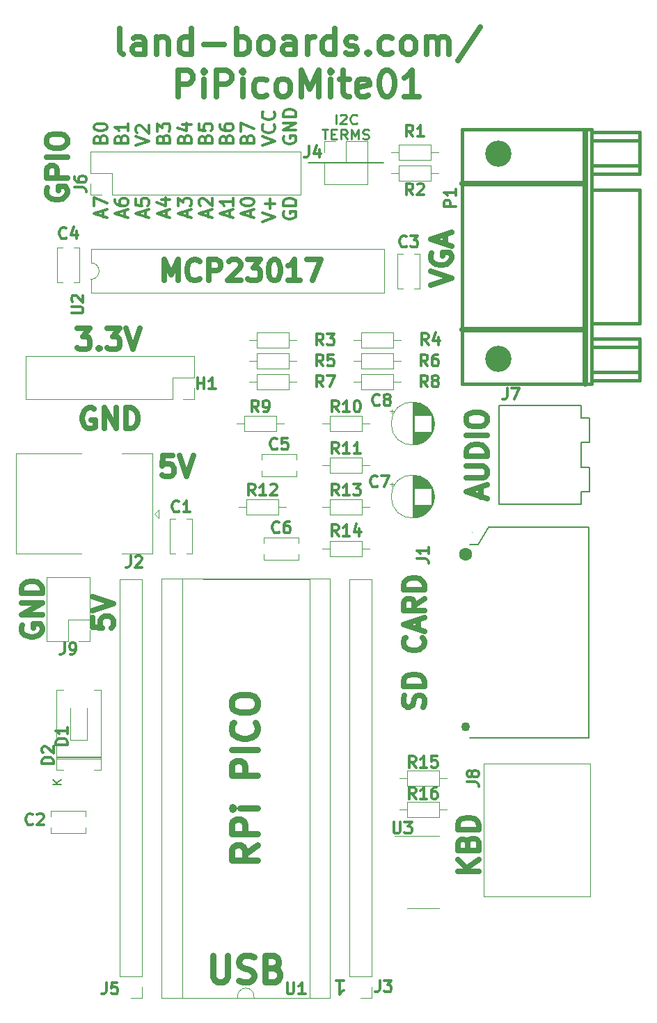
<source format=gbr>
G04 #@! TF.GenerationSoftware,KiCad,Pcbnew,(6.0.1)*
G04 #@! TF.CreationDate,2022-05-16T06:22:06-04:00*
G04 #@! TF.ProjectId,PiPicoMite01,50695069-636f-44d6-9974-6530312e6b69,2*
G04 #@! TF.SameCoordinates,Original*
G04 #@! TF.FileFunction,Legend,Top*
G04 #@! TF.FilePolarity,Positive*
%FSLAX46Y46*%
G04 Gerber Fmt 4.6, Leading zero omitted, Abs format (unit mm)*
G04 Created by KiCad (PCBNEW (6.0.1)) date 2022-05-16 06:22:06*
%MOMM*%
%LPD*%
G01*
G04 APERTURE LIST*
%ADD10C,0.150000*%
%ADD11C,0.635000*%
%ADD12C,0.304800*%
%ADD13C,0.793750*%
%ADD14C,0.285750*%
%ADD15C,0.381000*%
%ADD16C,0.650000*%
%ADD17C,0.010000*%
%ADD18C,0.120000*%
%ADD19C,3.200000*%
%ADD20C,1.600000*%
%ADD21C,1.100000*%
G04 APERTURE END LIST*
D10*
X148590000Y-19050000D02*
X157734000Y-19045000D01*
D11*
X169587333Y-59750476D02*
X169587333Y-58540952D01*
X170313047Y-59992380D02*
X167773047Y-59145714D01*
X170313047Y-58299047D01*
X167773047Y-57452380D02*
X169829238Y-57452380D01*
X170071142Y-57331428D01*
X170192095Y-57210476D01*
X170313047Y-56968571D01*
X170313047Y-56484761D01*
X170192095Y-56242857D01*
X170071142Y-56121904D01*
X169829238Y-56000952D01*
X167773047Y-56000952D01*
X170313047Y-54791428D02*
X167773047Y-54791428D01*
X167773047Y-54186666D01*
X167894000Y-53823809D01*
X168135904Y-53581904D01*
X168377809Y-53460952D01*
X168861619Y-53340000D01*
X169224476Y-53340000D01*
X169708285Y-53460952D01*
X169950190Y-53581904D01*
X170192095Y-53823809D01*
X170313047Y-54186666D01*
X170313047Y-54791428D01*
X170313047Y-52251428D02*
X167773047Y-52251428D01*
X167773047Y-50558095D02*
X167773047Y-50074285D01*
X167894000Y-49832380D01*
X168135904Y-49590476D01*
X168619714Y-49469523D01*
X169466380Y-49469523D01*
X169950190Y-49590476D01*
X170192095Y-49832380D01*
X170313047Y-50074285D01*
X170313047Y-50558095D01*
X170192095Y-50800000D01*
X169950190Y-51041904D01*
X169466380Y-51162857D01*
X168619714Y-51162857D01*
X168135904Y-51041904D01*
X167894000Y-50800000D01*
X167773047Y-50558095D01*
X162572095Y-85331904D02*
X162693047Y-84969047D01*
X162693047Y-84364285D01*
X162572095Y-84122380D01*
X162451142Y-84001428D01*
X162209238Y-83880476D01*
X161967333Y-83880476D01*
X161725428Y-84001428D01*
X161604476Y-84122380D01*
X161483523Y-84364285D01*
X161362571Y-84848095D01*
X161241619Y-85090000D01*
X161120666Y-85210952D01*
X160878761Y-85331904D01*
X160636857Y-85331904D01*
X160394952Y-85210952D01*
X160274000Y-85090000D01*
X160153047Y-84848095D01*
X160153047Y-84243333D01*
X160274000Y-83880476D01*
X162693047Y-82791904D02*
X160153047Y-82791904D01*
X160153047Y-82187142D01*
X160274000Y-81824285D01*
X160515904Y-81582380D01*
X160757809Y-81461428D01*
X161241619Y-81340476D01*
X161604476Y-81340476D01*
X162088285Y-81461428D01*
X162330190Y-81582380D01*
X162572095Y-81824285D01*
X162693047Y-82187142D01*
X162693047Y-82791904D01*
X162451142Y-76865238D02*
X162572095Y-76986190D01*
X162693047Y-77349047D01*
X162693047Y-77590952D01*
X162572095Y-77953809D01*
X162330190Y-78195714D01*
X162088285Y-78316666D01*
X161604476Y-78437619D01*
X161241619Y-78437619D01*
X160757809Y-78316666D01*
X160515904Y-78195714D01*
X160274000Y-77953809D01*
X160153047Y-77590952D01*
X160153047Y-77349047D01*
X160274000Y-76986190D01*
X160394952Y-76865238D01*
X161967333Y-75897619D02*
X161967333Y-74688095D01*
X162693047Y-76139523D02*
X160153047Y-75292857D01*
X162693047Y-74446190D01*
X162693047Y-72148095D02*
X161483523Y-72994761D01*
X162693047Y-73599523D02*
X160153047Y-73599523D01*
X160153047Y-72631904D01*
X160274000Y-72390000D01*
X160394952Y-72269047D01*
X160636857Y-72148095D01*
X160999714Y-72148095D01*
X161241619Y-72269047D01*
X161362571Y-72390000D01*
X161483523Y-72631904D01*
X161483523Y-73599523D01*
X162693047Y-71059523D02*
X160153047Y-71059523D01*
X160153047Y-70454761D01*
X160274000Y-70091904D01*
X160515904Y-69850000D01*
X160757809Y-69729047D01*
X161241619Y-69608095D01*
X161604476Y-69608095D01*
X162088285Y-69729047D01*
X162330190Y-69850000D01*
X162572095Y-70091904D01*
X162693047Y-70454761D01*
X162693047Y-71059523D01*
X132104190Y-54743047D02*
X130894666Y-54743047D01*
X130773714Y-55952571D01*
X130894666Y-55831619D01*
X131136571Y-55710666D01*
X131741333Y-55710666D01*
X131983238Y-55831619D01*
X132104190Y-55952571D01*
X132225142Y-56194476D01*
X132225142Y-56799238D01*
X132104190Y-57041142D01*
X131983238Y-57162095D01*
X131741333Y-57283047D01*
X131136571Y-57283047D01*
X130894666Y-57162095D01*
X130773714Y-57041142D01*
X132950857Y-54743047D02*
X133797523Y-57283047D01*
X134644190Y-54743047D01*
X163455047Y-33939238D02*
X165995047Y-33092571D01*
X163455047Y-32245904D01*
X163576000Y-30068761D02*
X163455047Y-30310666D01*
X163455047Y-30673523D01*
X163576000Y-31036380D01*
X163817904Y-31278285D01*
X164059809Y-31399238D01*
X164543619Y-31520190D01*
X164906476Y-31520190D01*
X165390285Y-31399238D01*
X165632190Y-31278285D01*
X165874095Y-31036380D01*
X165995047Y-30673523D01*
X165995047Y-30431619D01*
X165874095Y-30068761D01*
X165753142Y-29947809D01*
X164906476Y-29947809D01*
X164906476Y-30431619D01*
X165269333Y-28980190D02*
X165269333Y-27770666D01*
X165995047Y-29222095D02*
X163455047Y-28375428D01*
X165995047Y-27528761D01*
X122307047Y-74397809D02*
X122307047Y-75607333D01*
X123516571Y-75728285D01*
X123395619Y-75607333D01*
X123274666Y-75365428D01*
X123274666Y-74760666D01*
X123395619Y-74518761D01*
X123516571Y-74397809D01*
X123758476Y-74276857D01*
X124363238Y-74276857D01*
X124605142Y-74397809D01*
X124726095Y-74518761D01*
X124847047Y-74760666D01*
X124847047Y-75365428D01*
X124726095Y-75607333D01*
X124605142Y-75728285D01*
X122307047Y-73551142D02*
X124847047Y-72704476D01*
X122307047Y-71857809D01*
X169297047Y-105313238D02*
X166757047Y-105313238D01*
X169297047Y-103861809D02*
X167845619Y-104950380D01*
X166757047Y-103861809D02*
X168208476Y-105313238D01*
X167966571Y-101926571D02*
X168087523Y-101563714D01*
X168208476Y-101442761D01*
X168450380Y-101321809D01*
X168813238Y-101321809D01*
X169055142Y-101442761D01*
X169176095Y-101563714D01*
X169297047Y-101805619D01*
X169297047Y-102773238D01*
X166757047Y-102773238D01*
X166757047Y-101926571D01*
X166878000Y-101684666D01*
X166998952Y-101563714D01*
X167240857Y-101442761D01*
X167482761Y-101442761D01*
X167724666Y-101563714D01*
X167845619Y-101684666D01*
X167966571Y-101926571D01*
X167966571Y-102773238D01*
X169297047Y-100233238D02*
X166757047Y-100233238D01*
X166757047Y-99628476D01*
X166878000Y-99265619D01*
X167119904Y-99023714D01*
X167361809Y-98902761D01*
X167845619Y-98781809D01*
X168208476Y-98781809D01*
X168692285Y-98902761D01*
X168934190Y-99023714D01*
X169176095Y-99265619D01*
X169297047Y-99628476D01*
X169297047Y-100233238D01*
D12*
X123259170Y-16166737D02*
X123334765Y-15939951D01*
X123410360Y-15864356D01*
X123561551Y-15788760D01*
X123788336Y-15788760D01*
X123939527Y-15864356D01*
X124015122Y-15939951D01*
X124090717Y-16091141D01*
X124090717Y-16695903D01*
X122503217Y-16695903D01*
X122503217Y-16166737D01*
X122578813Y-16015546D01*
X122654408Y-15939951D01*
X122805598Y-15864356D01*
X122956789Y-15864356D01*
X123107979Y-15939951D01*
X123183574Y-16015546D01*
X123259170Y-16166737D01*
X123259170Y-16695903D01*
X122503217Y-14806022D02*
X122503217Y-14654832D01*
X122578813Y-14503641D01*
X122654408Y-14428046D01*
X122805598Y-14352451D01*
X123107979Y-14276856D01*
X123485955Y-14276856D01*
X123788336Y-14352451D01*
X123939527Y-14428046D01*
X124015122Y-14503641D01*
X124090717Y-14654832D01*
X124090717Y-14806022D01*
X124015122Y-14957213D01*
X123939527Y-15032808D01*
X123788336Y-15108403D01*
X123485955Y-15183999D01*
X123107979Y-15183999D01*
X122805598Y-15108403D01*
X122654408Y-15032808D01*
X122578813Y-14957213D01*
X122503217Y-14806022D01*
X125815045Y-16166737D02*
X125890640Y-15939951D01*
X125966235Y-15864356D01*
X126117426Y-15788760D01*
X126344211Y-15788760D01*
X126495402Y-15864356D01*
X126570997Y-15939951D01*
X126646592Y-16091141D01*
X126646592Y-16695903D01*
X125059092Y-16695903D01*
X125059092Y-16166737D01*
X125134688Y-16015546D01*
X125210283Y-15939951D01*
X125361473Y-15864356D01*
X125512664Y-15864356D01*
X125663854Y-15939951D01*
X125739449Y-16015546D01*
X125815045Y-16166737D01*
X125815045Y-16695903D01*
X126646592Y-14276856D02*
X126646592Y-15183999D01*
X126646592Y-14730427D02*
X125059092Y-14730427D01*
X125285878Y-14881618D01*
X125437068Y-15032808D01*
X125512664Y-15183999D01*
X127614967Y-16922689D02*
X129202467Y-16393522D01*
X127614967Y-15864356D01*
X127766158Y-15410784D02*
X127690563Y-15335189D01*
X127614967Y-15183999D01*
X127614967Y-14806022D01*
X127690563Y-14654832D01*
X127766158Y-14579237D01*
X127917348Y-14503641D01*
X128068539Y-14503641D01*
X128295324Y-14579237D01*
X129202467Y-15486380D01*
X129202467Y-14503641D01*
X130926795Y-16166737D02*
X131002390Y-15939951D01*
X131077985Y-15864356D01*
X131229176Y-15788760D01*
X131455961Y-15788760D01*
X131607152Y-15864356D01*
X131682747Y-15939951D01*
X131758342Y-16091141D01*
X131758342Y-16695903D01*
X130170842Y-16695903D01*
X130170842Y-16166737D01*
X130246438Y-16015546D01*
X130322033Y-15939951D01*
X130473223Y-15864356D01*
X130624414Y-15864356D01*
X130775604Y-15939951D01*
X130851199Y-16015546D01*
X130926795Y-16166737D01*
X130926795Y-16695903D01*
X130170842Y-15259594D02*
X130170842Y-14276856D01*
X130775604Y-14806022D01*
X130775604Y-14579237D01*
X130851199Y-14428046D01*
X130926795Y-14352451D01*
X131077985Y-14276856D01*
X131455961Y-14276856D01*
X131607152Y-14352451D01*
X131682747Y-14428046D01*
X131758342Y-14579237D01*
X131758342Y-15032808D01*
X131682747Y-15183999D01*
X131607152Y-15259594D01*
X133482670Y-16166737D02*
X133558265Y-15939951D01*
X133633860Y-15864356D01*
X133785051Y-15788760D01*
X134011836Y-15788760D01*
X134163027Y-15864356D01*
X134238622Y-15939951D01*
X134314217Y-16091141D01*
X134314217Y-16695903D01*
X132726717Y-16695903D01*
X132726717Y-16166737D01*
X132802313Y-16015546D01*
X132877908Y-15939951D01*
X133029098Y-15864356D01*
X133180289Y-15864356D01*
X133331479Y-15939951D01*
X133407074Y-16015546D01*
X133482670Y-16166737D01*
X133482670Y-16695903D01*
X133255884Y-14428046D02*
X134314217Y-14428046D01*
X132651122Y-14806022D02*
X133785051Y-15183999D01*
X133785051Y-14201260D01*
X136038545Y-16166737D02*
X136114140Y-15939951D01*
X136189735Y-15864356D01*
X136340926Y-15788760D01*
X136567711Y-15788760D01*
X136718902Y-15864356D01*
X136794497Y-15939951D01*
X136870092Y-16091141D01*
X136870092Y-16695903D01*
X135282592Y-16695903D01*
X135282592Y-16166737D01*
X135358188Y-16015546D01*
X135433783Y-15939951D01*
X135584973Y-15864356D01*
X135736164Y-15864356D01*
X135887354Y-15939951D01*
X135962949Y-16015546D01*
X136038545Y-16166737D01*
X136038545Y-16695903D01*
X135282592Y-14352451D02*
X135282592Y-15108403D01*
X136038545Y-15183999D01*
X135962949Y-15108403D01*
X135887354Y-14957213D01*
X135887354Y-14579237D01*
X135962949Y-14428046D01*
X136038545Y-14352451D01*
X136189735Y-14276856D01*
X136567711Y-14276856D01*
X136718902Y-14352451D01*
X136794497Y-14428046D01*
X136870092Y-14579237D01*
X136870092Y-14957213D01*
X136794497Y-15108403D01*
X136718902Y-15183999D01*
X138594420Y-16166737D02*
X138670015Y-15939951D01*
X138745610Y-15864356D01*
X138896801Y-15788760D01*
X139123586Y-15788760D01*
X139274777Y-15864356D01*
X139350372Y-15939951D01*
X139425967Y-16091141D01*
X139425967Y-16695903D01*
X137838467Y-16695903D01*
X137838467Y-16166737D01*
X137914063Y-16015546D01*
X137989658Y-15939951D01*
X138140848Y-15864356D01*
X138292039Y-15864356D01*
X138443229Y-15939951D01*
X138518824Y-16015546D01*
X138594420Y-16166737D01*
X138594420Y-16695903D01*
X137838467Y-14428046D02*
X137838467Y-14730427D01*
X137914063Y-14881618D01*
X137989658Y-14957213D01*
X138216443Y-15108403D01*
X138518824Y-15183999D01*
X139123586Y-15183999D01*
X139274777Y-15108403D01*
X139350372Y-15032808D01*
X139425967Y-14881618D01*
X139425967Y-14579237D01*
X139350372Y-14428046D01*
X139274777Y-14352451D01*
X139123586Y-14276856D01*
X138745610Y-14276856D01*
X138594420Y-14352451D01*
X138518824Y-14428046D01*
X138443229Y-14579237D01*
X138443229Y-14881618D01*
X138518824Y-15032808D01*
X138594420Y-15108403D01*
X138745610Y-15183999D01*
X141150295Y-16166737D02*
X141225890Y-15939951D01*
X141301485Y-15864356D01*
X141452676Y-15788760D01*
X141679461Y-15788760D01*
X141830652Y-15864356D01*
X141906247Y-15939951D01*
X141981842Y-16091141D01*
X141981842Y-16695903D01*
X140394342Y-16695903D01*
X140394342Y-16166737D01*
X140469938Y-16015546D01*
X140545533Y-15939951D01*
X140696723Y-15864356D01*
X140847914Y-15864356D01*
X140999104Y-15939951D01*
X141074699Y-16015546D01*
X141150295Y-16166737D01*
X141150295Y-16695903D01*
X140394342Y-15259594D02*
X140394342Y-14201260D01*
X141981842Y-14881618D01*
X142950217Y-16922689D02*
X144537717Y-16393522D01*
X142950217Y-15864356D01*
X144386527Y-14428046D02*
X144462122Y-14503641D01*
X144537717Y-14730427D01*
X144537717Y-14881618D01*
X144462122Y-15108403D01*
X144310932Y-15259594D01*
X144159741Y-15335189D01*
X143857360Y-15410784D01*
X143630574Y-15410784D01*
X143328193Y-15335189D01*
X143177003Y-15259594D01*
X143025813Y-15108403D01*
X142950217Y-14881618D01*
X142950217Y-14730427D01*
X143025813Y-14503641D01*
X143101408Y-14428046D01*
X144386527Y-12840546D02*
X144462122Y-12916141D01*
X144537717Y-13142927D01*
X144537717Y-13294118D01*
X144462122Y-13520903D01*
X144310932Y-13672094D01*
X144159741Y-13747689D01*
X143857360Y-13823284D01*
X143630574Y-13823284D01*
X143328193Y-13747689D01*
X143177003Y-13672094D01*
X143025813Y-13520903D01*
X142950217Y-13294118D01*
X142950217Y-13142927D01*
X143025813Y-12916141D01*
X143101408Y-12840546D01*
X145581688Y-15864356D02*
X145506092Y-16015546D01*
X145506092Y-16242332D01*
X145581688Y-16469118D01*
X145732878Y-16620308D01*
X145884068Y-16695903D01*
X146186449Y-16771499D01*
X146413235Y-16771499D01*
X146715616Y-16695903D01*
X146866807Y-16620308D01*
X147017997Y-16469118D01*
X147093592Y-16242332D01*
X147093592Y-16091141D01*
X147017997Y-15864356D01*
X146942402Y-15788760D01*
X146413235Y-15788760D01*
X146413235Y-16091141D01*
X147093592Y-15108403D02*
X145506092Y-15108403D01*
X147093592Y-14201260D01*
X145506092Y-14201260D01*
X147093592Y-13445308D02*
X145506092Y-13445308D01*
X145506092Y-13067332D01*
X145581688Y-12840546D01*
X145732878Y-12689356D01*
X145884068Y-12613760D01*
X146186449Y-12538165D01*
X146413235Y-12538165D01*
X146715616Y-12613760D01*
X146866807Y-12689356D01*
X147017997Y-12840546D01*
X147093592Y-13067332D01*
X147093592Y-13445308D01*
D11*
X116840000Y-22098000D02*
X116719047Y-22339904D01*
X116719047Y-22702761D01*
X116840000Y-23065619D01*
X117081904Y-23307523D01*
X117323809Y-23428476D01*
X117807619Y-23549428D01*
X118170476Y-23549428D01*
X118654285Y-23428476D01*
X118896190Y-23307523D01*
X119138095Y-23065619D01*
X119259047Y-22702761D01*
X119259047Y-22460857D01*
X119138095Y-22098000D01*
X119017142Y-21977047D01*
X118170476Y-21977047D01*
X118170476Y-22460857D01*
X119259047Y-20888476D02*
X116719047Y-20888476D01*
X116719047Y-19920857D01*
X116840000Y-19678952D01*
X116960952Y-19558000D01*
X117202857Y-19437047D01*
X117565714Y-19437047D01*
X117807619Y-19558000D01*
X117928571Y-19678952D01*
X118049523Y-19920857D01*
X118049523Y-20888476D01*
X119259047Y-18348476D02*
X116719047Y-18348476D01*
X116719047Y-16655142D02*
X116719047Y-16171333D01*
X116840000Y-15929428D01*
X117081904Y-15687523D01*
X117565714Y-15566571D01*
X118412380Y-15566571D01*
X118896190Y-15687523D01*
X119138095Y-15929428D01*
X119259047Y-16171333D01*
X119259047Y-16655142D01*
X119138095Y-16897047D01*
X118896190Y-17138952D01*
X118412380Y-17259904D01*
X117565714Y-17259904D01*
X117081904Y-17138952D01*
X116840000Y-16897047D01*
X116719047Y-16655142D01*
D13*
X136963452Y-115609309D02*
X136963452Y-118179547D01*
X137114642Y-118481928D01*
X137265833Y-118633119D01*
X137568214Y-118784309D01*
X138172976Y-118784309D01*
X138475357Y-118633119D01*
X138626547Y-118481928D01*
X138777738Y-118179547D01*
X138777738Y-115609309D01*
X140138452Y-118633119D02*
X140592023Y-118784309D01*
X141347976Y-118784309D01*
X141650357Y-118633119D01*
X141801547Y-118481928D01*
X141952738Y-118179547D01*
X141952738Y-117877166D01*
X141801547Y-117574785D01*
X141650357Y-117423595D01*
X141347976Y-117272404D01*
X140743214Y-117121214D01*
X140440833Y-116970023D01*
X140289642Y-116818833D01*
X140138452Y-116516452D01*
X140138452Y-116214071D01*
X140289642Y-115911690D01*
X140440833Y-115760500D01*
X140743214Y-115609309D01*
X141499166Y-115609309D01*
X141952738Y-115760500D01*
X144371785Y-117121214D02*
X144825357Y-117272404D01*
X144976547Y-117423595D01*
X145127738Y-117725976D01*
X145127738Y-118179547D01*
X144976547Y-118481928D01*
X144825357Y-118633119D01*
X144522976Y-118784309D01*
X143313452Y-118784309D01*
X143313452Y-115609309D01*
X144371785Y-115609309D01*
X144674166Y-115760500D01*
X144825357Y-115911690D01*
X144976547Y-116214071D01*
X144976547Y-116516452D01*
X144825357Y-116818833D01*
X144674166Y-116970023D01*
X144371785Y-117121214D01*
X143313452Y-117121214D01*
D14*
X151922238Y-14328956D02*
X151922238Y-13185956D01*
X152466523Y-13294813D02*
X152527000Y-13240385D01*
X152647952Y-13185956D01*
X152950333Y-13185956D01*
X153071285Y-13240385D01*
X153131761Y-13294813D01*
X153192238Y-13403670D01*
X153192238Y-13512527D01*
X153131761Y-13675813D01*
X152406047Y-14328956D01*
X153192238Y-14328956D01*
X154462238Y-14220099D02*
X154401761Y-14274527D01*
X154220333Y-14328956D01*
X154099380Y-14328956D01*
X153917952Y-14274527D01*
X153797000Y-14165670D01*
X153736523Y-14056813D01*
X153676047Y-13839099D01*
X153676047Y-13675813D01*
X153736523Y-13458099D01*
X153797000Y-13349242D01*
X153917952Y-13240385D01*
X154099380Y-13185956D01*
X154220333Y-13185956D01*
X154401761Y-13240385D01*
X154462238Y-13294813D01*
X150259142Y-15026186D02*
X150984857Y-15026186D01*
X150622000Y-16169186D02*
X150622000Y-15026186D01*
X151408190Y-15570472D02*
X151831523Y-15570472D01*
X152012952Y-16169186D02*
X151408190Y-16169186D01*
X151408190Y-15026186D01*
X152012952Y-15026186D01*
X153282952Y-16169186D02*
X152859619Y-15624900D01*
X152557238Y-16169186D02*
X152557238Y-15026186D01*
X153041047Y-15026186D01*
X153162000Y-15080615D01*
X153222476Y-15135043D01*
X153282952Y-15243900D01*
X153282952Y-15407186D01*
X153222476Y-15516043D01*
X153162000Y-15570472D01*
X153041047Y-15624900D01*
X152557238Y-15624900D01*
X153827238Y-16169186D02*
X153827238Y-15026186D01*
X154250571Y-15842615D01*
X154673904Y-15026186D01*
X154673904Y-16169186D01*
X155218190Y-16114757D02*
X155399619Y-16169186D01*
X155702000Y-16169186D01*
X155822952Y-16114757D01*
X155883428Y-16060329D01*
X155943904Y-15951472D01*
X155943904Y-15842615D01*
X155883428Y-15733757D01*
X155822952Y-15679329D01*
X155702000Y-15624900D01*
X155460095Y-15570472D01*
X155339142Y-15516043D01*
X155278666Y-15461615D01*
X155218190Y-15352757D01*
X155218190Y-15243900D01*
X155278666Y-15135043D01*
X155339142Y-15080615D01*
X155460095Y-15026186D01*
X155762476Y-15026186D01*
X155943904Y-15080615D01*
D11*
X122524761Y-49022000D02*
X122282857Y-48901047D01*
X121920000Y-48901047D01*
X121557142Y-49022000D01*
X121315238Y-49263904D01*
X121194285Y-49505809D01*
X121073333Y-49989619D01*
X121073333Y-50352476D01*
X121194285Y-50836285D01*
X121315238Y-51078190D01*
X121557142Y-51320095D01*
X121920000Y-51441047D01*
X122161904Y-51441047D01*
X122524761Y-51320095D01*
X122645714Y-51199142D01*
X122645714Y-50352476D01*
X122161904Y-50352476D01*
X123734285Y-51441047D02*
X123734285Y-48901047D01*
X125185714Y-51441047D01*
X125185714Y-48901047D01*
X126395238Y-51441047D02*
X126395238Y-48901047D01*
X127000000Y-48901047D01*
X127362857Y-49022000D01*
X127604761Y-49263904D01*
X127725714Y-49505809D01*
X127846666Y-49989619D01*
X127846666Y-50352476D01*
X127725714Y-50836285D01*
X127604761Y-51078190D01*
X127362857Y-51320095D01*
X127000000Y-51441047D01*
X126395238Y-51441047D01*
X126077738Y-5865434D02*
X125775357Y-5714244D01*
X125624166Y-5411863D01*
X125624166Y-2690434D01*
X128647976Y-5865434D02*
X128647976Y-4202339D01*
X128496785Y-3899958D01*
X128194404Y-3748767D01*
X127589642Y-3748767D01*
X127287261Y-3899958D01*
X128647976Y-5714244D02*
X128345595Y-5865434D01*
X127589642Y-5865434D01*
X127287261Y-5714244D01*
X127136071Y-5411863D01*
X127136071Y-5109482D01*
X127287261Y-4807101D01*
X127589642Y-4655910D01*
X128345595Y-4655910D01*
X128647976Y-4504720D01*
X130159880Y-3748767D02*
X130159880Y-5865434D01*
X130159880Y-4051148D02*
X130311071Y-3899958D01*
X130613452Y-3748767D01*
X131067023Y-3748767D01*
X131369404Y-3899958D01*
X131520595Y-4202339D01*
X131520595Y-5865434D01*
X134393214Y-5865434D02*
X134393214Y-2690434D01*
X134393214Y-5714244D02*
X134090833Y-5865434D01*
X133486071Y-5865434D01*
X133183690Y-5714244D01*
X133032500Y-5563053D01*
X132881309Y-5260672D01*
X132881309Y-4353529D01*
X133032500Y-4051148D01*
X133183690Y-3899958D01*
X133486071Y-3748767D01*
X134090833Y-3748767D01*
X134393214Y-3899958D01*
X135905119Y-4655910D02*
X138324166Y-4655910D01*
X139836071Y-5865434D02*
X139836071Y-2690434D01*
X139836071Y-3899958D02*
X140138452Y-3748767D01*
X140743214Y-3748767D01*
X141045595Y-3899958D01*
X141196785Y-4051148D01*
X141347976Y-4353529D01*
X141347976Y-5260672D01*
X141196785Y-5563053D01*
X141045595Y-5714244D01*
X140743214Y-5865434D01*
X140138452Y-5865434D01*
X139836071Y-5714244D01*
X143162261Y-5865434D02*
X142859880Y-5714244D01*
X142708690Y-5563053D01*
X142557500Y-5260672D01*
X142557500Y-4353529D01*
X142708690Y-4051148D01*
X142859880Y-3899958D01*
X143162261Y-3748767D01*
X143615833Y-3748767D01*
X143918214Y-3899958D01*
X144069404Y-4051148D01*
X144220595Y-4353529D01*
X144220595Y-5260672D01*
X144069404Y-5563053D01*
X143918214Y-5714244D01*
X143615833Y-5865434D01*
X143162261Y-5865434D01*
X146942023Y-5865434D02*
X146942023Y-4202339D01*
X146790833Y-3899958D01*
X146488452Y-3748767D01*
X145883690Y-3748767D01*
X145581309Y-3899958D01*
X146942023Y-5714244D02*
X146639642Y-5865434D01*
X145883690Y-5865434D01*
X145581309Y-5714244D01*
X145430119Y-5411863D01*
X145430119Y-5109482D01*
X145581309Y-4807101D01*
X145883690Y-4655910D01*
X146639642Y-4655910D01*
X146942023Y-4504720D01*
X148453928Y-5865434D02*
X148453928Y-3748767D01*
X148453928Y-4353529D02*
X148605119Y-4051148D01*
X148756309Y-3899958D01*
X149058690Y-3748767D01*
X149361071Y-3748767D01*
X151780119Y-5865434D02*
X151780119Y-2690434D01*
X151780119Y-5714244D02*
X151477738Y-5865434D01*
X150872976Y-5865434D01*
X150570595Y-5714244D01*
X150419404Y-5563053D01*
X150268214Y-5260672D01*
X150268214Y-4353529D01*
X150419404Y-4051148D01*
X150570595Y-3899958D01*
X150872976Y-3748767D01*
X151477738Y-3748767D01*
X151780119Y-3899958D01*
X153140833Y-5714244D02*
X153443214Y-5865434D01*
X154047976Y-5865434D01*
X154350357Y-5714244D01*
X154501547Y-5411863D01*
X154501547Y-5260672D01*
X154350357Y-4958291D01*
X154047976Y-4807101D01*
X153594404Y-4807101D01*
X153292023Y-4655910D01*
X153140833Y-4353529D01*
X153140833Y-4202339D01*
X153292023Y-3899958D01*
X153594404Y-3748767D01*
X154047976Y-3748767D01*
X154350357Y-3899958D01*
X155862261Y-5563053D02*
X156013452Y-5714244D01*
X155862261Y-5865434D01*
X155711071Y-5714244D01*
X155862261Y-5563053D01*
X155862261Y-5865434D01*
X158734880Y-5714244D02*
X158432500Y-5865434D01*
X157827738Y-5865434D01*
X157525357Y-5714244D01*
X157374166Y-5563053D01*
X157222976Y-5260672D01*
X157222976Y-4353529D01*
X157374166Y-4051148D01*
X157525357Y-3899958D01*
X157827738Y-3748767D01*
X158432500Y-3748767D01*
X158734880Y-3899958D01*
X160549166Y-5865434D02*
X160246785Y-5714244D01*
X160095595Y-5563053D01*
X159944404Y-5260672D01*
X159944404Y-4353529D01*
X160095595Y-4051148D01*
X160246785Y-3899958D01*
X160549166Y-3748767D01*
X161002738Y-3748767D01*
X161305119Y-3899958D01*
X161456309Y-4051148D01*
X161607500Y-4353529D01*
X161607500Y-5260672D01*
X161456309Y-5563053D01*
X161305119Y-5714244D01*
X161002738Y-5865434D01*
X160549166Y-5865434D01*
X162968214Y-5865434D02*
X162968214Y-3748767D01*
X162968214Y-4051148D02*
X163119404Y-3899958D01*
X163421785Y-3748767D01*
X163875357Y-3748767D01*
X164177738Y-3899958D01*
X164328928Y-4202339D01*
X164328928Y-5865434D01*
X164328928Y-4202339D02*
X164480119Y-3899958D01*
X164782500Y-3748767D01*
X165236071Y-3748767D01*
X165538452Y-3899958D01*
X165689642Y-4202339D01*
X165689642Y-5865434D01*
X169469404Y-2539244D02*
X166747976Y-6621386D01*
X132730119Y-10977184D02*
X132730119Y-7802184D01*
X133939642Y-7802184D01*
X134242023Y-7953375D01*
X134393214Y-8104565D01*
X134544404Y-8406946D01*
X134544404Y-8860517D01*
X134393214Y-9162898D01*
X134242023Y-9314089D01*
X133939642Y-9465279D01*
X132730119Y-9465279D01*
X135905119Y-10977184D02*
X135905119Y-8860517D01*
X135905119Y-7802184D02*
X135753928Y-7953375D01*
X135905119Y-8104565D01*
X136056309Y-7953375D01*
X135905119Y-7802184D01*
X135905119Y-8104565D01*
X137417023Y-10977184D02*
X137417023Y-7802184D01*
X138626547Y-7802184D01*
X138928928Y-7953375D01*
X139080119Y-8104565D01*
X139231309Y-8406946D01*
X139231309Y-8860517D01*
X139080119Y-9162898D01*
X138928928Y-9314089D01*
X138626547Y-9465279D01*
X137417023Y-9465279D01*
X140592023Y-10977184D02*
X140592023Y-8860517D01*
X140592023Y-7802184D02*
X140440833Y-7953375D01*
X140592023Y-8104565D01*
X140743214Y-7953375D01*
X140592023Y-7802184D01*
X140592023Y-8104565D01*
X143464642Y-10825994D02*
X143162261Y-10977184D01*
X142557500Y-10977184D01*
X142255119Y-10825994D01*
X142103928Y-10674803D01*
X141952738Y-10372422D01*
X141952738Y-9465279D01*
X142103928Y-9162898D01*
X142255119Y-9011708D01*
X142557500Y-8860517D01*
X143162261Y-8860517D01*
X143464642Y-9011708D01*
X145278928Y-10977184D02*
X144976547Y-10825994D01*
X144825357Y-10674803D01*
X144674166Y-10372422D01*
X144674166Y-9465279D01*
X144825357Y-9162898D01*
X144976547Y-9011708D01*
X145278928Y-8860517D01*
X145732500Y-8860517D01*
X146034880Y-9011708D01*
X146186071Y-9162898D01*
X146337261Y-9465279D01*
X146337261Y-10372422D01*
X146186071Y-10674803D01*
X146034880Y-10825994D01*
X145732500Y-10977184D01*
X145278928Y-10977184D01*
X147697976Y-10977184D02*
X147697976Y-7802184D01*
X148756309Y-10070041D01*
X149814642Y-7802184D01*
X149814642Y-10977184D01*
X151326547Y-10977184D02*
X151326547Y-8860517D01*
X151326547Y-7802184D02*
X151175357Y-7953375D01*
X151326547Y-8104565D01*
X151477738Y-7953375D01*
X151326547Y-7802184D01*
X151326547Y-8104565D01*
X152384880Y-8860517D02*
X153594404Y-8860517D01*
X152838452Y-7802184D02*
X152838452Y-10523613D01*
X152989642Y-10825994D01*
X153292023Y-10977184D01*
X153594404Y-10977184D01*
X155862261Y-10825994D02*
X155559880Y-10977184D01*
X154955119Y-10977184D01*
X154652738Y-10825994D01*
X154501547Y-10523613D01*
X154501547Y-9314089D01*
X154652738Y-9011708D01*
X154955119Y-8860517D01*
X155559880Y-8860517D01*
X155862261Y-9011708D01*
X156013452Y-9314089D01*
X156013452Y-9616470D01*
X154501547Y-9918851D01*
X157978928Y-7802184D02*
X158281309Y-7802184D01*
X158583690Y-7953375D01*
X158734880Y-8104565D01*
X158886071Y-8406946D01*
X159037261Y-9011708D01*
X159037261Y-9767660D01*
X158886071Y-10372422D01*
X158734880Y-10674803D01*
X158583690Y-10825994D01*
X158281309Y-10977184D01*
X157978928Y-10977184D01*
X157676547Y-10825994D01*
X157525357Y-10674803D01*
X157374166Y-10372422D01*
X157222976Y-9767660D01*
X157222976Y-9011708D01*
X157374166Y-8406946D01*
X157525357Y-8104565D01*
X157676547Y-7953375D01*
X157978928Y-7802184D01*
X162061071Y-10977184D02*
X160246785Y-10977184D01*
X161153928Y-10977184D02*
X161153928Y-7802184D01*
X160851547Y-8255755D01*
X160549166Y-8558136D01*
X160246785Y-8709327D01*
D13*
X142406309Y-102144285D02*
X140894404Y-103202619D01*
X142406309Y-103958571D02*
X139231309Y-103958571D01*
X139231309Y-102749047D01*
X139382500Y-102446666D01*
X139533690Y-102295476D01*
X139836071Y-102144285D01*
X140289642Y-102144285D01*
X140592023Y-102295476D01*
X140743214Y-102446666D01*
X140894404Y-102749047D01*
X140894404Y-103958571D01*
X142406309Y-100783571D02*
X139231309Y-100783571D01*
X139231309Y-99574047D01*
X139382500Y-99271666D01*
X139533690Y-99120476D01*
X139836071Y-98969285D01*
X140289642Y-98969285D01*
X140592023Y-99120476D01*
X140743214Y-99271666D01*
X140894404Y-99574047D01*
X140894404Y-100783571D01*
X142406309Y-97608571D02*
X140289642Y-97608571D01*
X139231309Y-97608571D02*
X139382500Y-97759761D01*
X139533690Y-97608571D01*
X139382500Y-97457380D01*
X139231309Y-97608571D01*
X139533690Y-97608571D01*
X142406309Y-93677619D02*
X139231309Y-93677619D01*
X139231309Y-92468095D01*
X139382500Y-92165714D01*
X139533690Y-92014523D01*
X139836071Y-91863333D01*
X140289642Y-91863333D01*
X140592023Y-92014523D01*
X140743214Y-92165714D01*
X140894404Y-92468095D01*
X140894404Y-93677619D01*
X142406309Y-90502619D02*
X139231309Y-90502619D01*
X142103928Y-87176428D02*
X142255119Y-87327619D01*
X142406309Y-87781190D01*
X142406309Y-88083571D01*
X142255119Y-88537142D01*
X141952738Y-88839523D01*
X141650357Y-88990714D01*
X141045595Y-89141904D01*
X140592023Y-89141904D01*
X139987261Y-88990714D01*
X139684880Y-88839523D01*
X139382500Y-88537142D01*
X139231309Y-88083571D01*
X139231309Y-87781190D01*
X139382500Y-87327619D01*
X139533690Y-87176428D01*
X139231309Y-85210952D02*
X139231309Y-84606190D01*
X139382500Y-84303809D01*
X139684880Y-84001428D01*
X140289642Y-83850238D01*
X141347976Y-83850238D01*
X141952738Y-84001428D01*
X142255119Y-84303809D01*
X142406309Y-84606190D01*
X142406309Y-85210952D01*
X142255119Y-85513333D01*
X141952738Y-85815714D01*
X141347976Y-85966904D01*
X140289642Y-85966904D01*
X139684880Y-85815714D01*
X139382500Y-85513333D01*
X139231309Y-85210952D01*
D11*
X113792000Y-75341238D02*
X113671047Y-75583142D01*
X113671047Y-75946000D01*
X113792000Y-76308857D01*
X114033904Y-76550761D01*
X114275809Y-76671714D01*
X114759619Y-76792666D01*
X115122476Y-76792666D01*
X115606285Y-76671714D01*
X115848190Y-76550761D01*
X116090095Y-76308857D01*
X116211047Y-75946000D01*
X116211047Y-75704095D01*
X116090095Y-75341238D01*
X115969142Y-75220285D01*
X115122476Y-75220285D01*
X115122476Y-75704095D01*
X116211047Y-74131714D02*
X113671047Y-74131714D01*
X116211047Y-72680285D01*
X113671047Y-72680285D01*
X116211047Y-71470761D02*
X113671047Y-71470761D01*
X113671047Y-70866000D01*
X113792000Y-70503142D01*
X114033904Y-70261238D01*
X114275809Y-70140285D01*
X114759619Y-70019333D01*
X115122476Y-70019333D01*
X115606285Y-70140285D01*
X115848190Y-70261238D01*
X116090095Y-70503142D01*
X116211047Y-70866000D01*
X116211047Y-71470761D01*
D12*
X123637146Y-25628358D02*
X123637146Y-24872405D01*
X124090717Y-25779548D02*
X122503217Y-25250381D01*
X124090717Y-24721215D01*
X122503217Y-24343239D02*
X122503217Y-23284905D01*
X124090717Y-23965262D01*
X126193021Y-25628358D02*
X126193021Y-24872405D01*
X126646592Y-25779548D02*
X125059092Y-25250381D01*
X126646592Y-24721215D01*
X125059092Y-23511691D02*
X125059092Y-23814072D01*
X125134688Y-23965262D01*
X125210283Y-24040858D01*
X125437068Y-24192048D01*
X125739449Y-24267643D01*
X126344211Y-24267643D01*
X126495402Y-24192048D01*
X126570997Y-24116453D01*
X126646592Y-23965262D01*
X126646592Y-23662881D01*
X126570997Y-23511691D01*
X126495402Y-23436096D01*
X126344211Y-23360500D01*
X125966235Y-23360500D01*
X125815045Y-23436096D01*
X125739449Y-23511691D01*
X125663854Y-23662881D01*
X125663854Y-23965262D01*
X125739449Y-24116453D01*
X125815045Y-24192048D01*
X125966235Y-24267643D01*
X128748896Y-25628358D02*
X128748896Y-24872405D01*
X129202467Y-25779548D02*
X127614967Y-25250381D01*
X129202467Y-24721215D01*
X127614967Y-23436096D02*
X127614967Y-24192048D01*
X128370920Y-24267643D01*
X128295324Y-24192048D01*
X128219729Y-24040858D01*
X128219729Y-23662881D01*
X128295324Y-23511691D01*
X128370920Y-23436096D01*
X128522110Y-23360500D01*
X128900086Y-23360500D01*
X129051277Y-23436096D01*
X129126872Y-23511691D01*
X129202467Y-23662881D01*
X129202467Y-24040858D01*
X129126872Y-24192048D01*
X129051277Y-24267643D01*
X131304771Y-25628358D02*
X131304771Y-24872405D01*
X131758342Y-25779548D02*
X130170842Y-25250381D01*
X131758342Y-24721215D01*
X130700009Y-23511691D02*
X131758342Y-23511691D01*
X130095247Y-23889667D02*
X131229176Y-24267643D01*
X131229176Y-23284905D01*
X133860646Y-25628358D02*
X133860646Y-24872405D01*
X134314217Y-25779548D02*
X132726717Y-25250381D01*
X134314217Y-24721215D01*
X132726717Y-24343239D02*
X132726717Y-23360500D01*
X133331479Y-23889667D01*
X133331479Y-23662881D01*
X133407074Y-23511691D01*
X133482670Y-23436096D01*
X133633860Y-23360500D01*
X134011836Y-23360500D01*
X134163027Y-23436096D01*
X134238622Y-23511691D01*
X134314217Y-23662881D01*
X134314217Y-24116453D01*
X134238622Y-24267643D01*
X134163027Y-24343239D01*
X136416521Y-25628358D02*
X136416521Y-24872405D01*
X136870092Y-25779548D02*
X135282592Y-25250381D01*
X136870092Y-24721215D01*
X135433783Y-24267643D02*
X135358188Y-24192048D01*
X135282592Y-24040858D01*
X135282592Y-23662881D01*
X135358188Y-23511691D01*
X135433783Y-23436096D01*
X135584973Y-23360500D01*
X135736164Y-23360500D01*
X135962949Y-23436096D01*
X136870092Y-24343239D01*
X136870092Y-23360500D01*
X138972396Y-25628358D02*
X138972396Y-24872405D01*
X139425967Y-25779548D02*
X137838467Y-25250381D01*
X139425967Y-24721215D01*
X139425967Y-23360500D02*
X139425967Y-24267643D01*
X139425967Y-23814072D02*
X137838467Y-23814072D01*
X138065253Y-23965262D01*
X138216443Y-24116453D01*
X138292039Y-24267643D01*
X141528271Y-25628358D02*
X141528271Y-24872405D01*
X141981842Y-25779548D02*
X140394342Y-25250381D01*
X141981842Y-24721215D01*
X140394342Y-23889667D02*
X140394342Y-23738477D01*
X140469938Y-23587286D01*
X140545533Y-23511691D01*
X140696723Y-23436096D01*
X140999104Y-23360500D01*
X141377080Y-23360500D01*
X141679461Y-23436096D01*
X141830652Y-23511691D01*
X141906247Y-23587286D01*
X141981842Y-23738477D01*
X141981842Y-23889667D01*
X141906247Y-24040858D01*
X141830652Y-24116453D01*
X141679461Y-24192048D01*
X141377080Y-24267643D01*
X140999104Y-24267643D01*
X140696723Y-24192048D01*
X140545533Y-24116453D01*
X140469938Y-24040858D01*
X140394342Y-23889667D01*
X142950217Y-26233120D02*
X144537717Y-25703953D01*
X142950217Y-25174786D01*
X143932955Y-24645620D02*
X143932955Y-23436096D01*
X144537717Y-24040858D02*
X143328193Y-24040858D01*
X145581688Y-25023596D02*
X145506092Y-25174786D01*
X145506092Y-25401572D01*
X145581688Y-25628358D01*
X145732878Y-25779548D01*
X145884068Y-25855143D01*
X146186449Y-25930739D01*
X146413235Y-25930739D01*
X146715616Y-25855143D01*
X146866807Y-25779548D01*
X147017997Y-25628358D01*
X147093592Y-25401572D01*
X147093592Y-25250381D01*
X147017997Y-25023596D01*
X146942402Y-24948000D01*
X146413235Y-24948000D01*
X146413235Y-25250381D01*
X147093592Y-24267643D02*
X145506092Y-24267643D01*
X145506092Y-23889667D01*
X145581688Y-23662881D01*
X145732878Y-23511691D01*
X145884068Y-23436096D01*
X146186449Y-23360500D01*
X146413235Y-23360500D01*
X146715616Y-23436096D01*
X146866807Y-23511691D01*
X147017997Y-23662881D01*
X147093592Y-23889667D01*
X147093592Y-24267643D01*
D11*
X131027714Y-33407047D02*
X131027714Y-30867047D01*
X131874380Y-32681333D01*
X132721047Y-30867047D01*
X132721047Y-33407047D01*
X135382000Y-33165142D02*
X135261047Y-33286095D01*
X134898190Y-33407047D01*
X134656285Y-33407047D01*
X134293428Y-33286095D01*
X134051523Y-33044190D01*
X133930571Y-32802285D01*
X133809619Y-32318476D01*
X133809619Y-31955619D01*
X133930571Y-31471809D01*
X134051523Y-31229904D01*
X134293428Y-30988000D01*
X134656285Y-30867047D01*
X134898190Y-30867047D01*
X135261047Y-30988000D01*
X135382000Y-31108952D01*
X136470571Y-33407047D02*
X136470571Y-30867047D01*
X137438190Y-30867047D01*
X137680095Y-30988000D01*
X137801047Y-31108952D01*
X137922000Y-31350857D01*
X137922000Y-31713714D01*
X137801047Y-31955619D01*
X137680095Y-32076571D01*
X137438190Y-32197523D01*
X136470571Y-32197523D01*
X138889619Y-31108952D02*
X139010571Y-30988000D01*
X139252476Y-30867047D01*
X139857238Y-30867047D01*
X140099142Y-30988000D01*
X140220095Y-31108952D01*
X140341047Y-31350857D01*
X140341047Y-31592761D01*
X140220095Y-31955619D01*
X138768666Y-33407047D01*
X140341047Y-33407047D01*
X141187714Y-30867047D02*
X142760095Y-30867047D01*
X141913428Y-31834666D01*
X142276285Y-31834666D01*
X142518190Y-31955619D01*
X142639142Y-32076571D01*
X142760095Y-32318476D01*
X142760095Y-32923238D01*
X142639142Y-33165142D01*
X142518190Y-33286095D01*
X142276285Y-33407047D01*
X141550571Y-33407047D01*
X141308666Y-33286095D01*
X141187714Y-33165142D01*
X144332476Y-30867047D02*
X144574380Y-30867047D01*
X144816285Y-30988000D01*
X144937238Y-31108952D01*
X145058190Y-31350857D01*
X145179142Y-31834666D01*
X145179142Y-32439428D01*
X145058190Y-32923238D01*
X144937238Y-33165142D01*
X144816285Y-33286095D01*
X144574380Y-33407047D01*
X144332476Y-33407047D01*
X144090571Y-33286095D01*
X143969619Y-33165142D01*
X143848666Y-32923238D01*
X143727714Y-32439428D01*
X143727714Y-31834666D01*
X143848666Y-31350857D01*
X143969619Y-31108952D01*
X144090571Y-30988000D01*
X144332476Y-30867047D01*
X147598190Y-33407047D02*
X146146761Y-33407047D01*
X146872476Y-33407047D02*
X146872476Y-30867047D01*
X146630571Y-31229904D01*
X146388666Y-31471809D01*
X146146761Y-31592761D01*
X148444857Y-30867047D02*
X150138190Y-30867047D01*
X149049619Y-33407047D01*
X120456476Y-39249047D02*
X122028857Y-39249047D01*
X121182190Y-40216666D01*
X121545047Y-40216666D01*
X121786952Y-40337619D01*
X121907904Y-40458571D01*
X122028857Y-40700476D01*
X122028857Y-41305238D01*
X121907904Y-41547142D01*
X121786952Y-41668095D01*
X121545047Y-41789047D01*
X120819333Y-41789047D01*
X120577428Y-41668095D01*
X120456476Y-41547142D01*
X123117428Y-41547142D02*
X123238380Y-41668095D01*
X123117428Y-41789047D01*
X122996476Y-41668095D01*
X123117428Y-41547142D01*
X123117428Y-41789047D01*
X124085047Y-39249047D02*
X125657428Y-39249047D01*
X124810761Y-40216666D01*
X125173619Y-40216666D01*
X125415523Y-40337619D01*
X125536476Y-40458571D01*
X125657428Y-40700476D01*
X125657428Y-41305238D01*
X125536476Y-41547142D01*
X125415523Y-41668095D01*
X125173619Y-41789047D01*
X124447904Y-41789047D01*
X124206000Y-41668095D01*
X124085047Y-41547142D01*
X126383142Y-39249047D02*
X127229809Y-41789047D01*
X128076476Y-39249047D01*
D12*
X166493976Y-24399119D02*
X165096976Y-24399119D01*
X165096976Y-23866928D01*
X165163500Y-23733880D01*
X165230023Y-23667357D01*
X165363071Y-23600833D01*
X165562642Y-23600833D01*
X165695690Y-23667357D01*
X165762214Y-23733880D01*
X165828738Y-23866928D01*
X165828738Y-24399119D01*
X166493976Y-22270357D02*
X166493976Y-23068642D01*
X166493976Y-22669500D02*
X165096976Y-22669500D01*
X165296547Y-22802547D01*
X165429595Y-22935595D01*
X165496119Y-23068642D01*
X161794976Y-67267666D02*
X162792833Y-67267666D01*
X162992404Y-67334190D01*
X163125452Y-67467238D01*
X163191976Y-67666809D01*
X163191976Y-67799857D01*
X163191976Y-65870666D02*
X163191976Y-66668952D01*
X163191976Y-66269809D02*
X161794976Y-66269809D01*
X161994547Y-66402857D01*
X162127595Y-66535904D01*
X162194119Y-66668952D01*
X150389166Y-41271976D02*
X149923500Y-40606738D01*
X149590880Y-41271976D02*
X149590880Y-39874976D01*
X150123071Y-39874976D01*
X150256119Y-39941500D01*
X150322642Y-40008023D01*
X150389166Y-40141071D01*
X150389166Y-40340642D01*
X150322642Y-40473690D01*
X150256119Y-40540214D01*
X150123071Y-40606738D01*
X149590880Y-40606738D01*
X150854833Y-39874976D02*
X151719642Y-39874976D01*
X151253976Y-40407166D01*
X151453547Y-40407166D01*
X151586595Y-40473690D01*
X151653119Y-40540214D01*
X151719642Y-40673261D01*
X151719642Y-41005880D01*
X151653119Y-41138928D01*
X151586595Y-41205452D01*
X151453547Y-41271976D01*
X151054404Y-41271976D01*
X150921357Y-41205452D01*
X150854833Y-41138928D01*
X150389166Y-43811976D02*
X149923500Y-43146738D01*
X149590880Y-43811976D02*
X149590880Y-42414976D01*
X150123071Y-42414976D01*
X150256119Y-42481500D01*
X150322642Y-42548023D01*
X150389166Y-42681071D01*
X150389166Y-42880642D01*
X150322642Y-43013690D01*
X150256119Y-43080214D01*
X150123071Y-43146738D01*
X149590880Y-43146738D01*
X151653119Y-42414976D02*
X150987880Y-42414976D01*
X150921357Y-43080214D01*
X150987880Y-43013690D01*
X151120928Y-42947166D01*
X151453547Y-42947166D01*
X151586595Y-43013690D01*
X151653119Y-43080214D01*
X151719642Y-43213261D01*
X151719642Y-43545880D01*
X151653119Y-43678928D01*
X151586595Y-43745452D01*
X151453547Y-43811976D01*
X151120928Y-43811976D01*
X150987880Y-43745452D01*
X150921357Y-43678928D01*
X142103928Y-59559976D02*
X141638261Y-58894738D01*
X141305642Y-59559976D02*
X141305642Y-58162976D01*
X141837833Y-58162976D01*
X141970880Y-58229500D01*
X142037404Y-58296023D01*
X142103928Y-58429071D01*
X142103928Y-58628642D01*
X142037404Y-58761690D01*
X141970880Y-58828214D01*
X141837833Y-58894738D01*
X141305642Y-58894738D01*
X143434404Y-59559976D02*
X142636119Y-59559976D01*
X143035261Y-59559976D02*
X143035261Y-58162976D01*
X142902214Y-58362547D01*
X142769166Y-58495595D01*
X142636119Y-58562119D01*
X143966595Y-58296023D02*
X144033119Y-58229500D01*
X144166166Y-58162976D01*
X144498785Y-58162976D01*
X144631833Y-58229500D01*
X144698357Y-58296023D01*
X144764880Y-58429071D01*
X144764880Y-58562119D01*
X144698357Y-58761690D01*
X143900071Y-59559976D01*
X144764880Y-59559976D01*
X150389166Y-46351976D02*
X149923500Y-45686738D01*
X149590880Y-46351976D02*
X149590880Y-44954976D01*
X150123071Y-44954976D01*
X150256119Y-45021500D01*
X150322642Y-45088023D01*
X150389166Y-45221071D01*
X150389166Y-45420642D01*
X150322642Y-45553690D01*
X150256119Y-45620214D01*
X150123071Y-45686738D01*
X149590880Y-45686738D01*
X150854833Y-44954976D02*
X151786166Y-44954976D01*
X151187452Y-46351976D01*
X163190766Y-41221176D02*
X162725100Y-40555938D01*
X162392480Y-41221176D02*
X162392480Y-39824176D01*
X162924671Y-39824176D01*
X163057719Y-39890700D01*
X163124242Y-39957223D01*
X163190766Y-40090271D01*
X163190766Y-40289842D01*
X163124242Y-40422890D01*
X163057719Y-40489414D01*
X162924671Y-40555938D01*
X162392480Y-40555938D01*
X164388195Y-40289842D02*
X164388195Y-41221176D01*
X164055576Y-39757652D02*
X163722957Y-40755509D01*
X164587766Y-40755509D01*
X163089166Y-43811976D02*
X162623500Y-43146738D01*
X162290880Y-43811976D02*
X162290880Y-42414976D01*
X162823071Y-42414976D01*
X162956119Y-42481500D01*
X163022642Y-42548023D01*
X163089166Y-42681071D01*
X163089166Y-42880642D01*
X163022642Y-43013690D01*
X162956119Y-43080214D01*
X162823071Y-43146738D01*
X162290880Y-43146738D01*
X164286595Y-42414976D02*
X164020500Y-42414976D01*
X163887452Y-42481500D01*
X163820928Y-42548023D01*
X163687880Y-42747595D01*
X163621357Y-43013690D01*
X163621357Y-43545880D01*
X163687880Y-43678928D01*
X163754404Y-43745452D01*
X163887452Y-43811976D01*
X164153547Y-43811976D01*
X164286595Y-43745452D01*
X164353119Y-43678928D01*
X164419642Y-43545880D01*
X164419642Y-43213261D01*
X164353119Y-43080214D01*
X164286595Y-43013690D01*
X164153547Y-42947166D01*
X163887452Y-42947166D01*
X163754404Y-43013690D01*
X163687880Y-43080214D01*
X163621357Y-43213261D01*
X163089166Y-46351976D02*
X162623500Y-45686738D01*
X162290880Y-46351976D02*
X162290880Y-44954976D01*
X162823071Y-44954976D01*
X162956119Y-45021500D01*
X163022642Y-45088023D01*
X163089166Y-45221071D01*
X163089166Y-45420642D01*
X163022642Y-45553690D01*
X162956119Y-45620214D01*
X162823071Y-45686738D01*
X162290880Y-45686738D01*
X163887452Y-45553690D02*
X163754404Y-45487166D01*
X163687880Y-45420642D01*
X163621357Y-45287595D01*
X163621357Y-45221071D01*
X163687880Y-45088023D01*
X163754404Y-45021500D01*
X163887452Y-44954976D01*
X164153547Y-44954976D01*
X164286595Y-45021500D01*
X164353119Y-45088023D01*
X164419642Y-45221071D01*
X164419642Y-45287595D01*
X164353119Y-45420642D01*
X164286595Y-45487166D01*
X164153547Y-45553690D01*
X163887452Y-45553690D01*
X163754404Y-45620214D01*
X163687880Y-45686738D01*
X163621357Y-45819785D01*
X163621357Y-46085880D01*
X163687880Y-46218928D01*
X163754404Y-46285452D01*
X163887452Y-46351976D01*
X164153547Y-46351976D01*
X164286595Y-46285452D01*
X164353119Y-46218928D01*
X164419642Y-46085880D01*
X164419642Y-45819785D01*
X164353119Y-45686738D01*
X164286595Y-45620214D01*
X164153547Y-45553690D01*
X146001615Y-118868980D02*
X146001615Y-119999884D01*
X146068138Y-120132932D01*
X146134662Y-120199456D01*
X146267710Y-120265980D01*
X146533805Y-120265980D01*
X146666853Y-120199456D01*
X146733376Y-120132932D01*
X146799900Y-119999884D01*
X146799900Y-118868980D01*
X148196900Y-120265980D02*
X147398615Y-120265980D01*
X147797757Y-120265980D02*
X147797757Y-118868980D01*
X147664710Y-119068551D01*
X147531662Y-119201599D01*
X147398615Y-119268123D01*
X151933285Y-118628119D02*
X152876714Y-118628119D01*
X152405000Y-118628119D02*
X152405000Y-120279119D01*
X152562238Y-120043261D01*
X152719476Y-119886023D01*
X152876714Y-119807404D01*
X126949333Y-66894976D02*
X126949333Y-67892833D01*
X126882809Y-68092404D01*
X126749761Y-68225452D01*
X126550190Y-68291976D01*
X126417142Y-68291976D01*
X127548047Y-67028023D02*
X127614571Y-66961500D01*
X127747619Y-66894976D01*
X128080238Y-66894976D01*
X128213285Y-66961500D01*
X128279809Y-67028023D01*
X128346333Y-67161071D01*
X128346333Y-67294119D01*
X128279809Y-67493690D01*
X127481523Y-68291976D01*
X128346333Y-68291976D01*
X115063166Y-99558928D02*
X114996642Y-99625452D01*
X114797071Y-99691976D01*
X114664023Y-99691976D01*
X114464452Y-99625452D01*
X114331404Y-99492404D01*
X114264880Y-99359357D01*
X114198357Y-99093261D01*
X114198357Y-98893690D01*
X114264880Y-98627595D01*
X114331404Y-98494547D01*
X114464452Y-98361500D01*
X114664023Y-98294976D01*
X114797071Y-98294976D01*
X114996642Y-98361500D01*
X115063166Y-98428023D01*
X115595357Y-98428023D02*
X115661880Y-98361500D01*
X115794928Y-98294976D01*
X116127547Y-98294976D01*
X116260595Y-98361500D01*
X116327119Y-98428023D01*
X116393642Y-98561071D01*
X116393642Y-98694119D01*
X116327119Y-98893690D01*
X115528833Y-99691976D01*
X116393642Y-99691976D01*
X156993166Y-58410928D02*
X156926642Y-58477452D01*
X156727071Y-58543976D01*
X156594023Y-58543976D01*
X156394452Y-58477452D01*
X156261404Y-58344404D01*
X156194880Y-58211357D01*
X156128357Y-57945261D01*
X156128357Y-57745690D01*
X156194880Y-57479595D01*
X156261404Y-57346547D01*
X156394452Y-57213500D01*
X156594023Y-57146976D01*
X156727071Y-57146976D01*
X156926642Y-57213500D01*
X156993166Y-57280023D01*
X157458833Y-57146976D02*
X158390166Y-57146976D01*
X157791452Y-58543976D01*
X145055166Y-63998928D02*
X144988642Y-64065452D01*
X144789071Y-64131976D01*
X144656023Y-64131976D01*
X144456452Y-64065452D01*
X144323404Y-63932404D01*
X144256880Y-63799357D01*
X144190357Y-63533261D01*
X144190357Y-63333690D01*
X144256880Y-63067595D01*
X144323404Y-62934547D01*
X144456452Y-62801500D01*
X144656023Y-62734976D01*
X144789071Y-62734976D01*
X144988642Y-62801500D01*
X145055166Y-62868023D01*
X146252595Y-62734976D02*
X145986500Y-62734976D01*
X145853452Y-62801500D01*
X145786928Y-62868023D01*
X145653880Y-63067595D01*
X145587357Y-63333690D01*
X145587357Y-63865880D01*
X145653880Y-63998928D01*
X145720404Y-64065452D01*
X145853452Y-64131976D01*
X146119547Y-64131976D01*
X146252595Y-64065452D01*
X146319119Y-63998928D01*
X146385642Y-63865880D01*
X146385642Y-63533261D01*
X146319119Y-63400214D01*
X146252595Y-63333690D01*
X146119547Y-63267166D01*
X145853452Y-63267166D01*
X145720404Y-63333690D01*
X145653880Y-63400214D01*
X145587357Y-63533261D01*
X132863166Y-61458928D02*
X132796642Y-61525452D01*
X132597071Y-61591976D01*
X132464023Y-61591976D01*
X132264452Y-61525452D01*
X132131404Y-61392404D01*
X132064880Y-61259357D01*
X131998357Y-60993261D01*
X131998357Y-60793690D01*
X132064880Y-60527595D01*
X132131404Y-60394547D01*
X132264452Y-60261500D01*
X132464023Y-60194976D01*
X132597071Y-60194976D01*
X132796642Y-60261500D01*
X132863166Y-60328023D01*
X134193642Y-61591976D02*
X133395357Y-61591976D01*
X133794500Y-61591976D02*
X133794500Y-60194976D01*
X133661452Y-60394547D01*
X133528404Y-60527595D01*
X133395357Y-60594119D01*
X160549166Y-29200928D02*
X160482642Y-29267452D01*
X160283071Y-29333976D01*
X160150023Y-29333976D01*
X159950452Y-29267452D01*
X159817404Y-29134404D01*
X159750880Y-29001357D01*
X159684357Y-28735261D01*
X159684357Y-28535690D01*
X159750880Y-28269595D01*
X159817404Y-28136547D01*
X159950452Y-28003500D01*
X160150023Y-27936976D01*
X160283071Y-27936976D01*
X160482642Y-28003500D01*
X160549166Y-28070023D01*
X161014833Y-27936976D02*
X161879642Y-27936976D01*
X161413976Y-28469166D01*
X161613547Y-28469166D01*
X161746595Y-28535690D01*
X161813119Y-28602214D01*
X161879642Y-28735261D01*
X161879642Y-29067880D01*
X161813119Y-29200928D01*
X161746595Y-29267452D01*
X161613547Y-29333976D01*
X161214404Y-29333976D01*
X161081357Y-29267452D01*
X161014833Y-29200928D01*
X119147166Y-28184928D02*
X119080642Y-28251452D01*
X118881071Y-28317976D01*
X118748023Y-28317976D01*
X118548452Y-28251452D01*
X118415404Y-28118404D01*
X118348880Y-27985357D01*
X118282357Y-27719261D01*
X118282357Y-27519690D01*
X118348880Y-27253595D01*
X118415404Y-27120547D01*
X118548452Y-26987500D01*
X118748023Y-26920976D01*
X118881071Y-26920976D01*
X119080642Y-26987500D01*
X119147166Y-27054023D01*
X120344595Y-27386642D02*
X120344595Y-28317976D01*
X120011976Y-26854452D02*
X119679357Y-27852309D01*
X120544166Y-27852309D01*
X152263928Y-54479976D02*
X151798261Y-53814738D01*
X151465642Y-54479976D02*
X151465642Y-53082976D01*
X151997833Y-53082976D01*
X152130880Y-53149500D01*
X152197404Y-53216023D01*
X152263928Y-53349071D01*
X152263928Y-53548642D01*
X152197404Y-53681690D01*
X152130880Y-53748214D01*
X151997833Y-53814738D01*
X151465642Y-53814738D01*
X153594404Y-54479976D02*
X152796119Y-54479976D01*
X153195261Y-54479976D02*
X153195261Y-53082976D01*
X153062214Y-53282547D01*
X152929166Y-53415595D01*
X152796119Y-53482119D01*
X154924880Y-54479976D02*
X154126595Y-54479976D01*
X154525738Y-54479976D02*
X154525738Y-53082976D01*
X154392690Y-53282547D01*
X154259642Y-53415595D01*
X154126595Y-53482119D01*
X152263928Y-59559976D02*
X151798261Y-58894738D01*
X151465642Y-59559976D02*
X151465642Y-58162976D01*
X151997833Y-58162976D01*
X152130880Y-58229500D01*
X152197404Y-58296023D01*
X152263928Y-58429071D01*
X152263928Y-58628642D01*
X152197404Y-58761690D01*
X152130880Y-58828214D01*
X151997833Y-58894738D01*
X151465642Y-58894738D01*
X153594404Y-59559976D02*
X152796119Y-59559976D01*
X153195261Y-59559976D02*
X153195261Y-58162976D01*
X153062214Y-58362547D01*
X152929166Y-58495595D01*
X152796119Y-58562119D01*
X154060071Y-58162976D02*
X154924880Y-58162976D01*
X154459214Y-58695166D01*
X154658785Y-58695166D01*
X154791833Y-58761690D01*
X154858357Y-58828214D01*
X154924880Y-58961261D01*
X154924880Y-59293880D01*
X154858357Y-59426928D01*
X154791833Y-59493452D01*
X154658785Y-59559976D01*
X154259642Y-59559976D01*
X154126595Y-59493452D01*
X154060071Y-59426928D01*
X119281976Y-89931119D02*
X117884976Y-89931119D01*
X117884976Y-89598500D01*
X117951500Y-89398928D01*
X118084547Y-89265880D01*
X118217595Y-89199357D01*
X118483690Y-89132833D01*
X118683261Y-89132833D01*
X118949357Y-89199357D01*
X119082404Y-89265880D01*
X119215452Y-89398928D01*
X119281976Y-89598500D01*
X119281976Y-89931119D01*
X119281976Y-87802357D02*
X119281976Y-88600642D01*
X119281976Y-88201500D02*
X117884976Y-88201500D01*
X118084547Y-88334547D01*
X118217595Y-88467595D01*
X118284119Y-88600642D01*
X135079619Y-46605976D02*
X135079619Y-45208976D01*
X135079619Y-45874214D02*
X135877904Y-45874214D01*
X135877904Y-46605976D02*
X135877904Y-45208976D01*
X137274904Y-46605976D02*
X136476619Y-46605976D01*
X136875761Y-46605976D02*
X136875761Y-45208976D01*
X136742714Y-45408547D01*
X136609666Y-45541595D01*
X136476619Y-45608119D01*
X117561976Y-92217119D02*
X116164976Y-92217119D01*
X116164976Y-91884500D01*
X116231500Y-91684928D01*
X116364547Y-91551880D01*
X116497595Y-91485357D01*
X116763690Y-91418833D01*
X116963261Y-91418833D01*
X117229357Y-91485357D01*
X117362404Y-91551880D01*
X117495452Y-91684928D01*
X117561976Y-91884500D01*
X117561976Y-92217119D01*
X116298023Y-90886642D02*
X116231500Y-90820119D01*
X116164976Y-90687071D01*
X116164976Y-90354452D01*
X116231500Y-90221404D01*
X116298023Y-90154880D01*
X116431071Y-90088357D01*
X116564119Y-90088357D01*
X116763690Y-90154880D01*
X117561976Y-90953166D01*
X117561976Y-90088357D01*
D10*
X118502380Y-94749904D02*
X117502380Y-94749904D01*
X118502380Y-94178476D02*
X117930952Y-94607047D01*
X117502380Y-94178476D02*
X118073809Y-94749904D01*
D12*
X144801166Y-53838928D02*
X144734642Y-53905452D01*
X144535071Y-53971976D01*
X144402023Y-53971976D01*
X144202452Y-53905452D01*
X144069404Y-53772404D01*
X144002880Y-53639357D01*
X143936357Y-53373261D01*
X143936357Y-53173690D01*
X144002880Y-52907595D01*
X144069404Y-52774547D01*
X144202452Y-52641500D01*
X144402023Y-52574976D01*
X144535071Y-52574976D01*
X144734642Y-52641500D01*
X144801166Y-52708023D01*
X146065119Y-52574976D02*
X145399880Y-52574976D01*
X145333357Y-53240214D01*
X145399880Y-53173690D01*
X145532928Y-53107166D01*
X145865547Y-53107166D01*
X145998595Y-53173690D01*
X146065119Y-53240214D01*
X146131642Y-53373261D01*
X146131642Y-53705880D01*
X146065119Y-53838928D01*
X145998595Y-53905452D01*
X145865547Y-53971976D01*
X145532928Y-53971976D01*
X145399880Y-53905452D01*
X145333357Y-53838928D01*
X172762333Y-46478976D02*
X172762333Y-47476833D01*
X172695809Y-47676404D01*
X172562761Y-47809452D01*
X172363190Y-47875976D01*
X172230142Y-47875976D01*
X173294523Y-46478976D02*
X174225857Y-46478976D01*
X173627142Y-47875976D01*
X161311166Y-15871976D02*
X160845500Y-15206738D01*
X160512880Y-15871976D02*
X160512880Y-14474976D01*
X161045071Y-14474976D01*
X161178119Y-14541500D01*
X161244642Y-14608023D01*
X161311166Y-14741071D01*
X161311166Y-14940642D01*
X161244642Y-15073690D01*
X161178119Y-15140214D01*
X161045071Y-15206738D01*
X160512880Y-15206738D01*
X162641642Y-15871976D02*
X161843357Y-15871976D01*
X162242500Y-15871976D02*
X162242500Y-14474976D01*
X162109452Y-14674547D01*
X161976404Y-14807595D01*
X161843357Y-14874119D01*
X161311166Y-22983976D02*
X160845500Y-22318738D01*
X160512880Y-22983976D02*
X160512880Y-21586976D01*
X161045071Y-21586976D01*
X161178119Y-21653500D01*
X161244642Y-21720023D01*
X161311166Y-21853071D01*
X161311166Y-22052642D01*
X161244642Y-22185690D01*
X161178119Y-22252214D01*
X161045071Y-22318738D01*
X160512880Y-22318738D01*
X161843357Y-21720023D02*
X161909880Y-21653500D01*
X162042928Y-21586976D01*
X162375547Y-21586976D01*
X162508595Y-21653500D01*
X162575119Y-21720023D01*
X162641642Y-21853071D01*
X162641642Y-21986119D01*
X162575119Y-22185690D01*
X161776833Y-22983976D01*
X162641642Y-22983976D01*
X123994333Y-118868976D02*
X123994333Y-119866833D01*
X123927809Y-120066404D01*
X123794761Y-120199452D01*
X123595190Y-120265976D01*
X123462142Y-120265976D01*
X125324809Y-118868976D02*
X124659571Y-118868976D01*
X124593047Y-119534214D01*
X124659571Y-119467690D01*
X124792619Y-119401166D01*
X125125238Y-119401166D01*
X125258285Y-119467690D01*
X125324809Y-119534214D01*
X125391333Y-119667261D01*
X125391333Y-119999880D01*
X125324809Y-120132928D01*
X125258285Y-120199452D01*
X125125238Y-120265976D01*
X124792619Y-120265976D01*
X124659571Y-120199452D01*
X124593047Y-120132928D01*
X152263928Y-64487576D02*
X151798261Y-63822338D01*
X151465642Y-64487576D02*
X151465642Y-63090576D01*
X151997833Y-63090576D01*
X152130880Y-63157100D01*
X152197404Y-63223623D01*
X152263928Y-63356671D01*
X152263928Y-63556242D01*
X152197404Y-63689290D01*
X152130880Y-63755814D01*
X151997833Y-63822338D01*
X151465642Y-63822338D01*
X153594404Y-64487576D02*
X152796119Y-64487576D01*
X153195261Y-64487576D02*
X153195261Y-63090576D01*
X153062214Y-63290147D01*
X152929166Y-63423195D01*
X152796119Y-63489719D01*
X154791833Y-63556242D02*
X154791833Y-64487576D01*
X154459214Y-63024052D02*
X154126595Y-64021909D01*
X154991404Y-64021909D01*
X148632333Y-17014976D02*
X148632333Y-18012833D01*
X148565809Y-18212404D01*
X148432761Y-18345452D01*
X148233190Y-18411976D01*
X148100142Y-18411976D01*
X149896285Y-17480642D02*
X149896285Y-18411976D01*
X149563666Y-16948452D02*
X149231047Y-17946309D01*
X150095857Y-17946309D01*
X161661928Y-92691976D02*
X161196261Y-92026738D01*
X160863642Y-92691976D02*
X160863642Y-91294976D01*
X161395833Y-91294976D01*
X161528880Y-91361500D01*
X161595404Y-91428023D01*
X161661928Y-91561071D01*
X161661928Y-91760642D01*
X161595404Y-91893690D01*
X161528880Y-91960214D01*
X161395833Y-92026738D01*
X160863642Y-92026738D01*
X162992404Y-92691976D02*
X162194119Y-92691976D01*
X162593261Y-92691976D02*
X162593261Y-91294976D01*
X162460214Y-91494547D01*
X162327166Y-91627595D01*
X162194119Y-91694119D01*
X164256357Y-91294976D02*
X163591119Y-91294976D01*
X163524595Y-91960214D01*
X163591119Y-91893690D01*
X163724166Y-91827166D01*
X164056785Y-91827166D01*
X164189833Y-91893690D01*
X164256357Y-91960214D01*
X164322880Y-92093261D01*
X164322880Y-92425880D01*
X164256357Y-92558928D01*
X164189833Y-92625452D01*
X164056785Y-92691976D01*
X163724166Y-92691976D01*
X163591119Y-92625452D01*
X163524595Y-92558928D01*
X120138976Y-22055666D02*
X121136833Y-22055666D01*
X121336404Y-22122190D01*
X121469452Y-22255238D01*
X121535976Y-22454809D01*
X121535976Y-22587857D01*
X120138976Y-20791714D02*
X120138976Y-21057809D01*
X120205500Y-21190857D01*
X120272023Y-21257380D01*
X120471595Y-21390428D01*
X120737690Y-21456952D01*
X121269880Y-21456952D01*
X121402928Y-21390428D01*
X121469452Y-21323904D01*
X121535976Y-21190857D01*
X121535976Y-20924761D01*
X121469452Y-20791714D01*
X121402928Y-20725190D01*
X121269880Y-20658666D01*
X120937261Y-20658666D01*
X120804214Y-20725190D01*
X120737690Y-20791714D01*
X120671166Y-20924761D01*
X120671166Y-21190857D01*
X120737690Y-21323904D01*
X120804214Y-21390428D01*
X120937261Y-21456952D01*
X119782721Y-37386380D02*
X120913625Y-37386380D01*
X121046673Y-37319857D01*
X121113197Y-37253333D01*
X121179721Y-37120285D01*
X121179721Y-36854190D01*
X121113197Y-36721142D01*
X121046673Y-36654619D01*
X120913625Y-36588095D01*
X119782721Y-36588095D01*
X119915768Y-35989380D02*
X119849245Y-35922857D01*
X119782721Y-35789809D01*
X119782721Y-35457190D01*
X119849245Y-35324142D01*
X119915768Y-35257619D01*
X120048816Y-35191095D01*
X120181864Y-35191095D01*
X120381435Y-35257619D01*
X121179721Y-36055904D01*
X121179721Y-35191095D01*
X161661928Y-96501976D02*
X161196261Y-95836738D01*
X160863642Y-96501976D02*
X160863642Y-95104976D01*
X161395833Y-95104976D01*
X161528880Y-95171500D01*
X161595404Y-95238023D01*
X161661928Y-95371071D01*
X161661928Y-95570642D01*
X161595404Y-95703690D01*
X161528880Y-95770214D01*
X161395833Y-95836738D01*
X160863642Y-95836738D01*
X162992404Y-96501976D02*
X162194119Y-96501976D01*
X162593261Y-96501976D02*
X162593261Y-95104976D01*
X162460214Y-95304547D01*
X162327166Y-95437595D01*
X162194119Y-95504119D01*
X164189833Y-95104976D02*
X163923738Y-95104976D01*
X163790690Y-95171500D01*
X163724166Y-95238023D01*
X163591119Y-95437595D01*
X163524595Y-95703690D01*
X163524595Y-96235880D01*
X163591119Y-96368928D01*
X163657642Y-96435452D01*
X163790690Y-96501976D01*
X164056785Y-96501976D01*
X164189833Y-96435452D01*
X164256357Y-96368928D01*
X164322880Y-96235880D01*
X164322880Y-95903261D01*
X164256357Y-95770214D01*
X164189833Y-95703690D01*
X164056785Y-95637166D01*
X163790690Y-95637166D01*
X163657642Y-95703690D01*
X163591119Y-95770214D01*
X163524595Y-95903261D01*
X157247166Y-48504928D02*
X157180642Y-48571452D01*
X156981071Y-48637976D01*
X156848023Y-48637976D01*
X156648452Y-48571452D01*
X156515404Y-48438404D01*
X156448880Y-48305357D01*
X156382357Y-48039261D01*
X156382357Y-47839690D01*
X156448880Y-47573595D01*
X156515404Y-47440547D01*
X156648452Y-47307500D01*
X156848023Y-47240976D01*
X156981071Y-47240976D01*
X157180642Y-47307500D01*
X157247166Y-47374023D01*
X158045452Y-47839690D02*
X157912404Y-47773166D01*
X157845880Y-47706642D01*
X157779357Y-47573595D01*
X157779357Y-47507071D01*
X157845880Y-47374023D01*
X157912404Y-47307500D01*
X158045452Y-47240976D01*
X158311547Y-47240976D01*
X158444595Y-47307500D01*
X158511119Y-47374023D01*
X158577642Y-47507071D01*
X158577642Y-47573595D01*
X158511119Y-47706642D01*
X158444595Y-47773166D01*
X158311547Y-47839690D01*
X158045452Y-47839690D01*
X157912404Y-47906214D01*
X157845880Y-47972738D01*
X157779357Y-48105785D01*
X157779357Y-48371880D01*
X157845880Y-48504928D01*
X157912404Y-48571452D01*
X158045452Y-48637976D01*
X158311547Y-48637976D01*
X158444595Y-48571452D01*
X158511119Y-48504928D01*
X158577642Y-48371880D01*
X158577642Y-48105785D01*
X158511119Y-47972738D01*
X158444595Y-47906214D01*
X158311547Y-47839690D01*
X158955619Y-99310976D02*
X158955619Y-100441880D01*
X159022142Y-100574928D01*
X159088666Y-100641452D01*
X159221714Y-100707976D01*
X159487809Y-100707976D01*
X159620857Y-100641452D01*
X159687380Y-100574928D01*
X159753904Y-100441880D01*
X159753904Y-99310976D01*
X160286095Y-99310976D02*
X161150904Y-99310976D01*
X160685238Y-99843166D01*
X160884809Y-99843166D01*
X161017857Y-99909690D01*
X161084380Y-99976214D01*
X161150904Y-100109261D01*
X161150904Y-100441880D01*
X161084380Y-100574928D01*
X161017857Y-100641452D01*
X160884809Y-100707976D01*
X160485666Y-100707976D01*
X160352619Y-100641452D01*
X160286095Y-100574928D01*
X118919333Y-77510976D02*
X118919333Y-78508833D01*
X118852809Y-78708404D01*
X118719761Y-78841452D01*
X118520190Y-78907976D01*
X118387142Y-78907976D01*
X119651095Y-78907976D02*
X119917190Y-78907976D01*
X120050238Y-78841452D01*
X120116761Y-78774928D01*
X120249809Y-78575357D01*
X120316333Y-78309261D01*
X120316333Y-77777071D01*
X120249809Y-77644023D01*
X120183285Y-77577500D01*
X120050238Y-77510976D01*
X119784142Y-77510976D01*
X119651095Y-77577500D01*
X119584571Y-77644023D01*
X119518047Y-77777071D01*
X119518047Y-78109690D01*
X119584571Y-78242738D01*
X119651095Y-78309261D01*
X119784142Y-78375785D01*
X120050238Y-78375785D01*
X120183285Y-78309261D01*
X120249809Y-78242738D01*
X120316333Y-78109690D01*
X167890976Y-94445666D02*
X168888833Y-94445666D01*
X169088404Y-94512190D01*
X169221452Y-94645238D01*
X169287976Y-94844809D01*
X169287976Y-94977857D01*
X168489690Y-93580857D02*
X168423166Y-93713904D01*
X168356642Y-93780428D01*
X168223595Y-93846952D01*
X168157071Y-93846952D01*
X168024023Y-93780428D01*
X167957500Y-93713904D01*
X167890976Y-93580857D01*
X167890976Y-93314761D01*
X167957500Y-93181714D01*
X168024023Y-93115190D01*
X168157071Y-93048666D01*
X168223595Y-93048666D01*
X168356642Y-93115190D01*
X168423166Y-93181714D01*
X168489690Y-93314761D01*
X168489690Y-93580857D01*
X168556214Y-93713904D01*
X168622738Y-93780428D01*
X168755785Y-93846952D01*
X169021880Y-93846952D01*
X169154928Y-93780428D01*
X169221452Y-93713904D01*
X169287976Y-93580857D01*
X169287976Y-93314761D01*
X169221452Y-93181714D01*
X169154928Y-93115190D01*
X169021880Y-93048666D01*
X168755785Y-93048666D01*
X168622738Y-93115190D01*
X168556214Y-93181714D01*
X168489690Y-93314761D01*
X152263928Y-49399976D02*
X151798261Y-48734738D01*
X151465642Y-49399976D02*
X151465642Y-48002976D01*
X151997833Y-48002976D01*
X152130880Y-48069500D01*
X152197404Y-48136023D01*
X152263928Y-48269071D01*
X152263928Y-48468642D01*
X152197404Y-48601690D01*
X152130880Y-48668214D01*
X151997833Y-48734738D01*
X151465642Y-48734738D01*
X153594404Y-49399976D02*
X152796119Y-49399976D01*
X153195261Y-49399976D02*
X153195261Y-48002976D01*
X153062214Y-48202547D01*
X152929166Y-48335595D01*
X152796119Y-48402119D01*
X154459214Y-48002976D02*
X154592261Y-48002976D01*
X154725309Y-48069500D01*
X154791833Y-48136023D01*
X154858357Y-48269071D01*
X154924880Y-48535166D01*
X154924880Y-48867785D01*
X154858357Y-49133880D01*
X154791833Y-49266928D01*
X154725309Y-49333452D01*
X154592261Y-49399976D01*
X154459214Y-49399976D01*
X154326166Y-49333452D01*
X154259642Y-49266928D01*
X154193119Y-49133880D01*
X154126595Y-48867785D01*
X154126595Y-48535166D01*
X154193119Y-48269071D01*
X154259642Y-48136023D01*
X154326166Y-48069500D01*
X154459214Y-48002976D01*
X142515166Y-49399976D02*
X142049500Y-48734738D01*
X141716880Y-49399976D02*
X141716880Y-48002976D01*
X142249071Y-48002976D01*
X142382119Y-48069500D01*
X142448642Y-48136023D01*
X142515166Y-48269071D01*
X142515166Y-48468642D01*
X142448642Y-48601690D01*
X142382119Y-48668214D01*
X142249071Y-48734738D01*
X141716880Y-48734738D01*
X143180404Y-49399976D02*
X143446500Y-49399976D01*
X143579547Y-49333452D01*
X143646071Y-49266928D01*
X143779119Y-49067357D01*
X143845642Y-48801261D01*
X143845642Y-48269071D01*
X143779119Y-48136023D01*
X143712595Y-48069500D01*
X143579547Y-48002976D01*
X143313452Y-48002976D01*
X143180404Y-48069500D01*
X143113880Y-48136023D01*
X143047357Y-48269071D01*
X143047357Y-48601690D01*
X143113880Y-48734738D01*
X143180404Y-48801261D01*
X143313452Y-48867785D01*
X143579547Y-48867785D01*
X143712595Y-48801261D01*
X143779119Y-48734738D01*
X143845642Y-48601690D01*
X157268333Y-118614976D02*
X157268333Y-119612833D01*
X157201809Y-119812404D01*
X157068761Y-119945452D01*
X156869190Y-120011976D01*
X156736142Y-120011976D01*
X157800523Y-118614976D02*
X158665333Y-118614976D01*
X158199666Y-119147166D01*
X158399238Y-119147166D01*
X158532285Y-119213690D01*
X158598809Y-119280214D01*
X158665333Y-119413261D01*
X158665333Y-119745880D01*
X158598809Y-119878928D01*
X158532285Y-119945452D01*
X158399238Y-120011976D01*
X158000095Y-120011976D01*
X157867047Y-119945452D01*
X157800523Y-119878928D01*
D15*
X167326250Y-45974000D02*
X182820250Y-45974000D01*
X188916250Y-15367000D02*
X183201250Y-15367000D01*
X183074250Y-16383000D02*
X188916250Y-16383000D01*
X167252590Y-14986000D02*
X167252590Y-45974000D01*
X183074250Y-45593000D02*
X188916250Y-45593000D01*
X183074250Y-38608000D02*
X188916250Y-38608000D01*
X183074250Y-40513000D02*
X188916250Y-40513000D01*
X183074250Y-44577000D02*
X188916250Y-44577000D01*
D16*
X167326250Y-21590000D02*
X182312250Y-21590000D01*
D15*
X188916250Y-22352000D02*
X183074250Y-22352000D01*
X183074250Y-41529000D02*
X188916250Y-41529000D01*
X167326250Y-14986000D02*
X182820250Y-14986000D01*
X188916250Y-38608000D02*
X188916250Y-22352000D01*
D16*
X167326250Y-39370000D02*
X182058250Y-39370000D01*
D15*
X183074250Y-20447000D02*
X188916250Y-20447000D01*
X183074250Y-45974000D02*
X183074250Y-14986000D01*
X188916250Y-20447000D02*
X188916250Y-15367000D01*
X188916250Y-45593000D02*
X188916250Y-40513000D01*
D16*
X182312250Y-45974000D02*
X182312250Y-15240000D01*
D15*
X183074250Y-19431000D02*
X188916250Y-19431000D01*
D10*
X179791500Y-63405000D02*
X170520500Y-63405000D01*
X170520500Y-63405000D02*
X169250500Y-65564000D01*
X169250500Y-65564000D02*
X168234500Y-65564000D01*
X182712500Y-89059000D02*
X182712500Y-63532000D01*
X182712500Y-63405000D02*
X179791500Y-63405000D01*
X182712500Y-63532000D02*
X182712500Y-63405000D01*
D17*
X168446500Y-64000000D02*
X168436500Y-64000000D01*
D10*
X179791500Y-89059000D02*
X182712500Y-89059000D01*
X168234500Y-89059000D02*
X179791500Y-89059000D01*
D18*
X141402000Y-40640000D02*
X142352000Y-40640000D01*
X146192000Y-39720000D02*
X142352000Y-39720000D01*
X147142000Y-40640000D02*
X146192000Y-40640000D01*
X146192000Y-41560000D02*
X146192000Y-39720000D01*
X142352000Y-41560000D02*
X146192000Y-41560000D01*
X142352000Y-39720000D02*
X142352000Y-41560000D01*
X147142000Y-43180000D02*
X146192000Y-43180000D01*
X146192000Y-42260000D02*
X142352000Y-42260000D01*
X142352000Y-42260000D02*
X142352000Y-44100000D01*
X142352000Y-44100000D02*
X146192000Y-44100000D01*
X141402000Y-43180000D02*
X142352000Y-43180000D01*
X146192000Y-44100000D02*
X146192000Y-42260000D01*
X144922000Y-61880000D02*
X144922000Y-60040000D01*
X145872000Y-60960000D02*
X144922000Y-60960000D01*
X141082000Y-60040000D02*
X141082000Y-61880000D01*
X140132000Y-60960000D02*
X141082000Y-60960000D01*
X141082000Y-61880000D02*
X144922000Y-61880000D01*
X144922000Y-60040000D02*
X141082000Y-60040000D01*
X141402000Y-45720000D02*
X142352000Y-45720000D01*
X142352000Y-46640000D02*
X146192000Y-46640000D01*
X146192000Y-46640000D02*
X146192000Y-44800000D01*
X146192000Y-44800000D02*
X142352000Y-44800000D01*
X147142000Y-45720000D02*
X146192000Y-45720000D01*
X142352000Y-44800000D02*
X142352000Y-46640000D01*
X155052000Y-39720000D02*
X155052000Y-41560000D01*
X158892000Y-41560000D02*
X158892000Y-39720000D01*
X158892000Y-39720000D02*
X155052000Y-39720000D01*
X154102000Y-40640000D02*
X155052000Y-40640000D01*
X155052000Y-41560000D02*
X158892000Y-41560000D01*
X159842000Y-40640000D02*
X158892000Y-40640000D01*
X155052000Y-42260000D02*
X155052000Y-44100000D01*
X154102000Y-43180000D02*
X155052000Y-43180000D01*
X155052000Y-44100000D02*
X158892000Y-44100000D01*
X158892000Y-42260000D02*
X155052000Y-42260000D01*
X158892000Y-44100000D02*
X158892000Y-42260000D01*
X159842000Y-43180000D02*
X158892000Y-43180000D01*
X158892000Y-46640000D02*
X158892000Y-44800000D01*
X159842000Y-45720000D02*
X158892000Y-45720000D01*
X155052000Y-46640000D02*
X158892000Y-46640000D01*
X158892000Y-44800000D02*
X155052000Y-44800000D01*
X155052000Y-44800000D02*
X155052000Y-46640000D01*
X154102000Y-45720000D02*
X155052000Y-45720000D01*
X151195000Y-120765000D02*
X151195000Y-69725000D01*
X130755000Y-69725000D02*
X130755000Y-120765000D01*
X148705000Y-69785000D02*
X135785000Y-69785000D01*
X148705000Y-120705000D02*
X148705000Y-69785000D01*
X151195000Y-69725000D02*
X130755000Y-69725000D01*
X133245000Y-69785000D02*
X133245000Y-120705000D01*
X130755000Y-120765000D02*
X151195000Y-120765000D01*
X135785000Y-120705000D02*
X141245000Y-120705000D01*
X143245000Y-120705000D02*
X148705000Y-120705000D01*
X141975000Y-120705000D02*
G75*
G03*
X139975000Y-120705000I-1000000J151360D01*
G01*
X129854000Y-61798000D02*
X130354000Y-62298000D01*
X113034000Y-66658000D02*
X121004000Y-66658000D01*
X129654000Y-54438000D02*
X129654000Y-66658000D01*
X113034000Y-54438000D02*
X113034000Y-66658000D01*
X130354000Y-62298000D02*
X130354000Y-61298000D01*
X130354000Y-61298000D02*
X129854000Y-61798000D01*
X113034000Y-54438000D02*
X121004000Y-54438000D01*
X129654000Y-54438000D02*
X125904000Y-54438000D01*
X129654000Y-66658000D02*
X125904000Y-66658000D01*
X121500000Y-98649000D02*
X121500000Y-97944000D01*
X121500000Y-100684000D02*
X117260000Y-100684000D01*
X117260000Y-100684000D02*
X117260000Y-99979000D01*
X117260000Y-98649000D02*
X117260000Y-97944000D01*
X121500000Y-97944000D02*
X117260000Y-97944000D01*
X121500000Y-100684000D02*
X121500000Y-99979000D01*
X163751000Y-58885000D02*
X163751000Y-60495000D01*
X163351000Y-58136000D02*
X163351000Y-58650000D01*
X163111000Y-57864000D02*
X163111000Y-58650000D01*
X162551000Y-60730000D02*
X162551000Y-61937000D01*
X162791000Y-60730000D02*
X162791000Y-61785000D01*
X163031000Y-57789000D02*
X163031000Y-58650000D01*
X162031000Y-57222000D02*
X162031000Y-58650000D01*
X163351000Y-60730000D02*
X163351000Y-61244000D01*
X161750000Y-57154000D02*
X161750000Y-58650000D01*
X161750000Y-60730000D02*
X161750000Y-62226000D01*
X163551000Y-60730000D02*
X163551000Y-60941000D01*
X162831000Y-60730000D02*
X162831000Y-61755000D01*
X158715225Y-57965000D02*
X158715225Y-58465000D01*
X162431000Y-60730000D02*
X162431000Y-62000000D01*
X161590000Y-57129000D02*
X161590000Y-58650000D01*
X163671000Y-58679000D02*
X163671000Y-60701000D01*
X161910000Y-57189000D02*
X161910000Y-58650000D01*
X162031000Y-60730000D02*
X162031000Y-62158000D01*
X161470000Y-57117000D02*
X161470000Y-62263000D01*
X163471000Y-60730000D02*
X163471000Y-61073000D01*
X162151000Y-60730000D02*
X162151000Y-62118000D01*
X162151000Y-57262000D02*
X162151000Y-58650000D01*
X162631000Y-60730000D02*
X162631000Y-61890000D01*
X161830000Y-60730000D02*
X161830000Y-62210000D01*
X158465225Y-58215000D02*
X158965225Y-58215000D01*
X161350000Y-57111000D02*
X161350000Y-62269000D01*
X161790000Y-57162000D02*
X161790000Y-58650000D01*
X161710000Y-57147000D02*
X161710000Y-58650000D01*
X162831000Y-57625000D02*
X162831000Y-58650000D01*
X162231000Y-57292000D02*
X162231000Y-58650000D01*
X161991000Y-57210000D02*
X161991000Y-58650000D01*
X162751000Y-60730000D02*
X162751000Y-61812000D01*
X163871000Y-59406000D02*
X163871000Y-59974000D01*
X163711000Y-58775000D02*
X163711000Y-60605000D01*
X162671000Y-57515000D02*
X162671000Y-58650000D01*
X162991000Y-60730000D02*
X162991000Y-61627000D01*
X162311000Y-60730000D02*
X162311000Y-62055000D01*
X162551000Y-57443000D02*
X162551000Y-58650000D01*
X162191000Y-60730000D02*
X162191000Y-62104000D01*
X163071000Y-57826000D02*
X163071000Y-58650000D01*
X162391000Y-60730000D02*
X162391000Y-62019000D01*
X161430000Y-57114000D02*
X161430000Y-62266000D01*
X161270000Y-57110000D02*
X161270000Y-62270000D01*
X161870000Y-57179000D02*
X161870000Y-58650000D01*
X161550000Y-60730000D02*
X161550000Y-62255000D01*
X162111000Y-57248000D02*
X162111000Y-58650000D01*
X162911000Y-57686000D02*
X162911000Y-58650000D01*
X162351000Y-57342000D02*
X162351000Y-58650000D01*
X161630000Y-60730000D02*
X161630000Y-62246000D01*
X161670000Y-57140000D02*
X161670000Y-58650000D01*
X163151000Y-57905000D02*
X163151000Y-58650000D01*
X163431000Y-60730000D02*
X163431000Y-61133000D01*
X162511000Y-57422000D02*
X162511000Y-58650000D01*
X161710000Y-60730000D02*
X161710000Y-62233000D01*
X163111000Y-60730000D02*
X163111000Y-61516000D01*
X163431000Y-58247000D02*
X163431000Y-58650000D01*
X162791000Y-57595000D02*
X162791000Y-58650000D01*
X162471000Y-60730000D02*
X162471000Y-61980000D01*
X163271000Y-58037000D02*
X163271000Y-58650000D01*
X163231000Y-57991000D02*
X163231000Y-58650000D01*
X161510000Y-57121000D02*
X161510000Y-58650000D01*
X163831000Y-59172000D02*
X163831000Y-60208000D01*
X161390000Y-57112000D02*
X161390000Y-62268000D01*
X162991000Y-57753000D02*
X162991000Y-58650000D01*
X162191000Y-57276000D02*
X162191000Y-58650000D01*
X163591000Y-58512000D02*
X163591000Y-60868000D01*
X162471000Y-57400000D02*
X162471000Y-58650000D01*
X163631000Y-58592000D02*
X163631000Y-60788000D01*
X163471000Y-58307000D02*
X163471000Y-58650000D01*
X163791000Y-59013000D02*
X163791000Y-60367000D01*
X161870000Y-60730000D02*
X161870000Y-62201000D01*
X162391000Y-57361000D02*
X162391000Y-58650000D01*
X163391000Y-58190000D02*
X163391000Y-58650000D01*
X162591000Y-60730000D02*
X162591000Y-61914000D01*
X162111000Y-60730000D02*
X162111000Y-62132000D01*
X163311000Y-58085000D02*
X163311000Y-58650000D01*
X163071000Y-60730000D02*
X163071000Y-61554000D01*
X162751000Y-57568000D02*
X162751000Y-58650000D01*
X162591000Y-57466000D02*
X162591000Y-58650000D01*
X163511000Y-60730000D02*
X163511000Y-61009000D01*
X162911000Y-60730000D02*
X162911000Y-61694000D01*
X161950000Y-57199000D02*
X161950000Y-58650000D01*
X163311000Y-60730000D02*
X163311000Y-61295000D01*
X162071000Y-57235000D02*
X162071000Y-58650000D01*
X162311000Y-57325000D02*
X162311000Y-58650000D01*
X161630000Y-57134000D02*
X161630000Y-58650000D01*
X162871000Y-57655000D02*
X162871000Y-58650000D01*
X161670000Y-60730000D02*
X161670000Y-62240000D01*
X161950000Y-60730000D02*
X161950000Y-62181000D01*
X161310000Y-57110000D02*
X161310000Y-62270000D01*
X162351000Y-60730000D02*
X162351000Y-62038000D01*
X163551000Y-58439000D02*
X163551000Y-58650000D01*
X162511000Y-60730000D02*
X162511000Y-61958000D01*
X161550000Y-57125000D02*
X161550000Y-58650000D01*
X161790000Y-60730000D02*
X161790000Y-62218000D01*
X162871000Y-60730000D02*
X162871000Y-61725000D01*
X162271000Y-60730000D02*
X162271000Y-62072000D01*
X163271000Y-60730000D02*
X163271000Y-61343000D01*
X162271000Y-57308000D02*
X162271000Y-58650000D01*
X162951000Y-60730000D02*
X162951000Y-61661000D01*
X161510000Y-60730000D02*
X161510000Y-62259000D01*
X162951000Y-57719000D02*
X162951000Y-58650000D01*
X162711000Y-57541000D02*
X162711000Y-58650000D01*
X163191000Y-60730000D02*
X163191000Y-61433000D01*
X162431000Y-57380000D02*
X162431000Y-58650000D01*
X163151000Y-60730000D02*
X163151000Y-61475000D01*
X161590000Y-60730000D02*
X161590000Y-62251000D01*
X162711000Y-60730000D02*
X162711000Y-61839000D01*
X163031000Y-60730000D02*
X163031000Y-61591000D01*
X163231000Y-60730000D02*
X163231000Y-61389000D01*
X162671000Y-60730000D02*
X162671000Y-61865000D01*
X162231000Y-60730000D02*
X162231000Y-62088000D01*
X161830000Y-57170000D02*
X161830000Y-58650000D01*
X162071000Y-60730000D02*
X162071000Y-62145000D01*
X161910000Y-60730000D02*
X161910000Y-62191000D01*
X162631000Y-57490000D02*
X162631000Y-58650000D01*
X163391000Y-60730000D02*
X163391000Y-61190000D01*
X163511000Y-58371000D02*
X163511000Y-58650000D01*
X161991000Y-60730000D02*
X161991000Y-62170000D01*
X163191000Y-57947000D02*
X163191000Y-58650000D01*
X163890000Y-59690000D02*
G75*
G03*
X163890000Y-59690000I-2620000J0D01*
G01*
X143168000Y-67410000D02*
X143168000Y-66705000D01*
X147408000Y-65375000D02*
X147408000Y-64670000D01*
X147408000Y-67410000D02*
X147408000Y-66705000D01*
X143168000Y-65375000D02*
X143168000Y-64670000D01*
X147408000Y-64670000D02*
X143168000Y-64670000D01*
X147408000Y-67410000D02*
X143168000Y-67410000D01*
X132431000Y-62396000D02*
X131726000Y-62396000D01*
X134466000Y-62396000D02*
X134466000Y-66636000D01*
X134466000Y-62396000D02*
X133761000Y-62396000D01*
X131726000Y-62396000D02*
X131726000Y-66636000D01*
X132431000Y-66636000D02*
X131726000Y-66636000D01*
X134466000Y-66636000D02*
X133761000Y-66636000D01*
X159412000Y-30138000D02*
X159412000Y-34378000D01*
X160117000Y-30138000D02*
X159412000Y-30138000D01*
X162152000Y-34378000D02*
X161447000Y-34378000D01*
X162152000Y-30138000D02*
X161447000Y-30138000D01*
X162152000Y-30138000D02*
X162152000Y-34378000D01*
X160117000Y-34378000D02*
X159412000Y-34378000D01*
X118715000Y-33616000D02*
X118010000Y-33616000D01*
X118010000Y-29376000D02*
X118010000Y-33616000D01*
X118715000Y-29376000D02*
X118010000Y-29376000D01*
X120750000Y-29376000D02*
X120045000Y-29376000D01*
X120750000Y-33616000D02*
X120045000Y-33616000D01*
X120750000Y-29376000D02*
X120750000Y-33616000D01*
X156032000Y-55880000D02*
X155082000Y-55880000D01*
X150292000Y-55880000D02*
X151242000Y-55880000D01*
X151242000Y-56800000D02*
X155082000Y-56800000D01*
X151242000Y-54960000D02*
X151242000Y-56800000D01*
X155082000Y-54960000D02*
X151242000Y-54960000D01*
X155082000Y-56800000D02*
X155082000Y-54960000D01*
X151242000Y-60040000D02*
X151242000Y-61880000D01*
X156032000Y-60960000D02*
X155082000Y-60960000D01*
X155082000Y-61880000D02*
X155082000Y-60040000D01*
X150292000Y-60960000D02*
X151242000Y-60960000D01*
X151242000Y-61880000D02*
X155082000Y-61880000D01*
X155082000Y-60040000D02*
X151242000Y-60040000D01*
X119650000Y-89372000D02*
X121650000Y-89372000D01*
X119650000Y-89372000D02*
X119650000Y-85472000D01*
X121650000Y-89372000D02*
X121650000Y-85472000D01*
X134665000Y-42632000D02*
X114225000Y-42632000D01*
X114225000Y-42632000D02*
X114225000Y-47832000D01*
X132065000Y-47832000D02*
X114225000Y-47832000D01*
X134665000Y-47832000D02*
X133335000Y-47832000D01*
X134665000Y-46502000D02*
X134665000Y-47832000D01*
X132065000Y-45232000D02*
X132065000Y-47832000D01*
X134665000Y-42632000D02*
X134665000Y-45232000D01*
X134665000Y-45232000D02*
X132065000Y-45232000D01*
X118810000Y-93008000D02*
X117930000Y-93008000D01*
X123370000Y-93008000D02*
X123370000Y-83268000D01*
X123370000Y-83268000D02*
X122490000Y-83268000D01*
X117930000Y-93008000D02*
X117930000Y-83268000D01*
X117930000Y-83268000D02*
X118810000Y-83268000D01*
X117930000Y-91463000D02*
X123370000Y-91463000D01*
X117930000Y-91343000D02*
X123370000Y-91343000D01*
X117930000Y-91583000D02*
X123370000Y-91583000D01*
X122490000Y-93008000D02*
X123370000Y-93008000D01*
X147174000Y-55215000D02*
X147174000Y-54510000D01*
X142934000Y-55215000D02*
X142934000Y-54510000D01*
X147174000Y-57250000D02*
X147174000Y-56545000D01*
X147174000Y-57250000D02*
X142934000Y-57250000D01*
X147174000Y-54510000D02*
X142934000Y-54510000D01*
X142934000Y-57250000D02*
X142934000Y-56545000D01*
D10*
X181808000Y-53110000D02*
X181808000Y-56110000D01*
X181808000Y-50110000D02*
X181808000Y-48610000D01*
X181808000Y-50110000D02*
X182808000Y-50110000D01*
X182808000Y-56110000D02*
X181808000Y-56110000D01*
X182808000Y-53110000D02*
X181808000Y-53110000D01*
X171808000Y-48610000D02*
X171808000Y-60610000D01*
X181808000Y-59110000D02*
X181808000Y-60610000D01*
X181808000Y-59110000D02*
X182808000Y-59110000D01*
X182808000Y-50110000D02*
X182808000Y-53110000D01*
X171808000Y-48610000D02*
X181808000Y-48610000D01*
X182808000Y-59110000D02*
X182808000Y-56110000D01*
X171808000Y-60610000D02*
X181808000Y-60610000D01*
D18*
X163464000Y-18700000D02*
X163464000Y-16860000D01*
X159624000Y-16860000D02*
X159624000Y-18700000D01*
X159624000Y-18700000D02*
X163464000Y-18700000D01*
X164414000Y-17780000D02*
X163464000Y-17780000D01*
X158674000Y-17780000D02*
X159624000Y-17780000D01*
X163464000Y-16860000D02*
X159624000Y-16860000D01*
X158674000Y-20320000D02*
X159624000Y-20320000D01*
X163464000Y-21240000D02*
X163464000Y-19400000D01*
X159624000Y-21240000D02*
X163464000Y-21240000D01*
X163464000Y-19400000D02*
X159624000Y-19400000D01*
X159624000Y-19400000D02*
X159624000Y-21240000D01*
X164414000Y-20320000D02*
X163464000Y-20320000D01*
X125670000Y-118110000D02*
X125670000Y-69790000D01*
X128330000Y-118110000D02*
X125670000Y-118110000D01*
X128330000Y-119380000D02*
X128330000Y-120710000D01*
X128330000Y-118110000D02*
X128330000Y-69790000D01*
X128330000Y-69790000D02*
X125670000Y-69790000D01*
X128330000Y-120710000D02*
X127000000Y-120710000D01*
X155082000Y-65120000D02*
X151242000Y-65120000D01*
X155082000Y-66960000D02*
X155082000Y-65120000D01*
X151242000Y-65120000D02*
X151242000Y-66960000D01*
X151242000Y-66960000D02*
X155082000Y-66960000D01*
X150292000Y-66040000D02*
X151242000Y-66040000D01*
X156032000Y-66040000D02*
X155082000Y-66040000D01*
X153157000Y-19045000D02*
X153157000Y-16445000D01*
X150557000Y-19045000D02*
X153157000Y-19045000D01*
X150557000Y-17775000D02*
X150557000Y-16445000D01*
X150557000Y-16445000D02*
X151887000Y-16445000D01*
X150557000Y-19045000D02*
X150557000Y-21645000D01*
X155757000Y-16445000D02*
X155757000Y-21645000D01*
X153157000Y-16445000D02*
X155757000Y-16445000D01*
X150557000Y-21645000D02*
X155757000Y-21645000D01*
X160640000Y-93060000D02*
X160640000Y-94900000D01*
X165430000Y-93980000D02*
X164480000Y-93980000D01*
X164480000Y-94900000D02*
X164480000Y-93060000D01*
X160640000Y-94900000D02*
X164480000Y-94900000D01*
X164480000Y-93060000D02*
X160640000Y-93060000D01*
X159690000Y-93980000D02*
X160640000Y-93980000D01*
X124719000Y-22925000D02*
X147639000Y-22925000D01*
X124719000Y-22925000D02*
X124719000Y-20325000D01*
X124719000Y-20325000D02*
X122119000Y-20325000D01*
X122119000Y-17725000D02*
X147639000Y-17725000D01*
X122119000Y-22925000D02*
X122119000Y-21595000D01*
X123449000Y-22925000D02*
X122119000Y-22925000D01*
X147639000Y-22925000D02*
X147639000Y-17725000D01*
X122119000Y-20325000D02*
X122119000Y-17725000D01*
X122124000Y-34898000D02*
X157804000Y-34898000D01*
X157804000Y-34898000D02*
X157804000Y-29598000D01*
X157804000Y-29598000D02*
X122124000Y-29598000D01*
X122124000Y-33248000D02*
X122124000Y-34898000D01*
X122124000Y-29598000D02*
X122124000Y-31248000D01*
X122124000Y-33248000D02*
G75*
G03*
X122124000Y-31248000I0J1000000D01*
G01*
X159690000Y-97790000D02*
X160640000Y-97790000D01*
X164480000Y-98710000D02*
X164480000Y-96870000D01*
X164480000Y-96870000D02*
X160640000Y-96870000D01*
X165430000Y-97790000D02*
X164480000Y-97790000D01*
X160640000Y-98710000D02*
X164480000Y-98710000D01*
X160640000Y-96870000D02*
X160640000Y-98710000D01*
X161550000Y-51840000D02*
X161550000Y-53365000D01*
X162511000Y-51840000D02*
X162511000Y-53068000D01*
X161910000Y-51840000D02*
X161910000Y-53301000D01*
X162631000Y-51840000D02*
X162631000Y-53000000D01*
X162591000Y-51840000D02*
X162591000Y-53024000D01*
X161750000Y-51840000D02*
X161750000Y-53336000D01*
X162351000Y-51840000D02*
X162351000Y-53148000D01*
X161390000Y-48222000D02*
X161390000Y-53378000D01*
X163351000Y-49246000D02*
X163351000Y-49760000D01*
X163831000Y-50282000D02*
X163831000Y-51318000D01*
X162351000Y-48452000D02*
X162351000Y-49760000D01*
X162631000Y-48600000D02*
X162631000Y-49760000D01*
X161790000Y-51840000D02*
X161790000Y-53328000D01*
X162831000Y-48735000D02*
X162831000Y-49760000D01*
X163671000Y-49789000D02*
X163671000Y-51811000D01*
X163631000Y-49702000D02*
X163631000Y-51898000D01*
X162711000Y-48651000D02*
X162711000Y-49760000D01*
X161630000Y-51840000D02*
X161630000Y-53356000D01*
X162951000Y-48829000D02*
X162951000Y-49760000D01*
X163391000Y-49300000D02*
X163391000Y-49760000D01*
X163751000Y-49995000D02*
X163751000Y-51605000D01*
X161830000Y-51840000D02*
X161830000Y-53320000D01*
X161590000Y-48239000D02*
X161590000Y-49760000D01*
X163471000Y-49417000D02*
X163471000Y-49760000D01*
X163151000Y-51840000D02*
X163151000Y-52585000D01*
X161510000Y-48231000D02*
X161510000Y-49760000D01*
X163031000Y-51840000D02*
X163031000Y-52701000D01*
X161590000Y-51840000D02*
X161590000Y-53361000D01*
X163551000Y-49549000D02*
X163551000Y-49760000D01*
X161710000Y-48257000D02*
X161710000Y-49760000D01*
X163431000Y-49357000D02*
X163431000Y-49760000D01*
X163271000Y-51840000D02*
X163271000Y-52453000D01*
X162671000Y-48625000D02*
X162671000Y-49760000D01*
X162191000Y-51840000D02*
X162191000Y-53214000D01*
X162391000Y-51840000D02*
X162391000Y-53129000D01*
X163031000Y-48899000D02*
X163031000Y-49760000D01*
X161790000Y-48272000D02*
X161790000Y-49760000D01*
X163231000Y-49101000D02*
X163231000Y-49760000D01*
X162151000Y-51840000D02*
X162151000Y-53228000D01*
X161910000Y-48299000D02*
X161910000Y-49760000D01*
X162311000Y-51840000D02*
X162311000Y-53165000D01*
X161670000Y-51840000D02*
X161670000Y-53350000D01*
X161870000Y-48289000D02*
X161870000Y-49760000D01*
X162911000Y-48796000D02*
X162911000Y-49760000D01*
X162231000Y-48402000D02*
X162231000Y-49760000D01*
X163111000Y-48974000D02*
X163111000Y-49760000D01*
X162511000Y-48532000D02*
X162511000Y-49760000D01*
X162951000Y-51840000D02*
X162951000Y-52771000D01*
X163591000Y-49622000D02*
X163591000Y-51978000D01*
X162751000Y-51840000D02*
X162751000Y-52922000D01*
X162111000Y-51840000D02*
X162111000Y-53242000D01*
X162551000Y-51840000D02*
X162551000Y-53047000D01*
X163151000Y-49015000D02*
X163151000Y-49760000D01*
X162231000Y-51840000D02*
X162231000Y-53198000D01*
X162031000Y-48332000D02*
X162031000Y-49760000D01*
X162071000Y-51840000D02*
X162071000Y-53255000D01*
X163551000Y-51840000D02*
X163551000Y-52051000D01*
X162431000Y-51840000D02*
X162431000Y-53110000D01*
X162871000Y-51840000D02*
X162871000Y-52835000D01*
X162991000Y-48863000D02*
X162991000Y-49760000D01*
X162391000Y-48471000D02*
X162391000Y-49760000D01*
X162591000Y-48576000D02*
X162591000Y-49760000D01*
X161950000Y-51840000D02*
X161950000Y-53291000D01*
X161710000Y-51840000D02*
X161710000Y-53343000D01*
X162991000Y-51840000D02*
X162991000Y-52737000D01*
X163271000Y-49147000D02*
X163271000Y-49760000D01*
X161550000Y-48235000D02*
X161550000Y-49760000D01*
X162471000Y-48510000D02*
X162471000Y-49760000D01*
X161991000Y-51840000D02*
X161991000Y-53280000D01*
X162071000Y-48345000D02*
X162071000Y-49760000D01*
X161670000Y-48250000D02*
X161670000Y-49760000D01*
X163431000Y-51840000D02*
X163431000Y-52243000D01*
X161630000Y-48244000D02*
X161630000Y-49760000D01*
X162191000Y-48386000D02*
X162191000Y-49760000D01*
X162711000Y-51840000D02*
X162711000Y-52949000D01*
X163791000Y-50123000D02*
X163791000Y-51477000D01*
X162471000Y-51840000D02*
X162471000Y-53090000D01*
X161270000Y-48220000D02*
X161270000Y-53380000D01*
X162911000Y-51840000D02*
X162911000Y-52804000D01*
X163191000Y-49057000D02*
X163191000Y-49760000D01*
X163511000Y-49481000D02*
X163511000Y-49760000D01*
X161830000Y-48280000D02*
X161830000Y-49760000D01*
X162151000Y-48372000D02*
X162151000Y-49760000D01*
X162871000Y-48765000D02*
X162871000Y-49760000D01*
X163471000Y-51840000D02*
X163471000Y-52183000D01*
X161310000Y-48220000D02*
X161310000Y-53380000D01*
X163071000Y-48936000D02*
X163071000Y-49760000D01*
X161430000Y-48224000D02*
X161430000Y-53376000D01*
X163391000Y-51840000D02*
X163391000Y-52300000D01*
X158465225Y-49325000D02*
X158965225Y-49325000D01*
X161750000Y-48264000D02*
X161750000Y-49760000D01*
X163111000Y-51840000D02*
X163111000Y-52626000D01*
X158715225Y-49075000D02*
X158715225Y-49575000D01*
X163071000Y-51840000D02*
X163071000Y-52664000D01*
X162271000Y-51840000D02*
X162271000Y-53182000D01*
X162671000Y-51840000D02*
X162671000Y-52975000D01*
X161991000Y-48320000D02*
X161991000Y-49760000D01*
X162791000Y-51840000D02*
X162791000Y-52895000D01*
X162031000Y-51840000D02*
X162031000Y-53268000D01*
X163351000Y-51840000D02*
X163351000Y-52354000D01*
X162831000Y-51840000D02*
X162831000Y-52865000D01*
X163711000Y-49885000D02*
X163711000Y-51715000D01*
X163871000Y-50516000D02*
X163871000Y-51084000D01*
X163511000Y-51840000D02*
X163511000Y-52119000D01*
X163311000Y-49195000D02*
X163311000Y-49760000D01*
X162271000Y-48418000D02*
X162271000Y-49760000D01*
X162751000Y-48678000D02*
X162751000Y-49760000D01*
X162311000Y-48435000D02*
X162311000Y-49760000D01*
X162111000Y-48358000D02*
X162111000Y-49760000D01*
X161510000Y-51840000D02*
X161510000Y-53369000D01*
X163231000Y-51840000D02*
X163231000Y-52499000D01*
X162791000Y-48705000D02*
X162791000Y-49760000D01*
X162551000Y-48553000D02*
X162551000Y-49760000D01*
X161950000Y-48309000D02*
X161950000Y-49760000D01*
X161470000Y-48227000D02*
X161470000Y-53373000D01*
X162431000Y-48490000D02*
X162431000Y-49760000D01*
X161350000Y-48221000D02*
X161350000Y-53379000D01*
X161870000Y-51840000D02*
X161870000Y-53311000D01*
X163311000Y-51840000D02*
X163311000Y-52405000D01*
X163191000Y-51840000D02*
X163191000Y-52543000D01*
X163890000Y-50800000D02*
G75*
G03*
X163890000Y-50800000I-2620000J0D01*
G01*
X162560000Y-100975000D02*
X159110000Y-100975000D01*
X162560000Y-109845000D02*
X164510000Y-109845000D01*
X162560000Y-109845000D02*
X160610000Y-109845000D01*
X162560000Y-100975000D02*
X164510000Y-100975000D01*
X119385000Y-74676000D02*
X119385000Y-77276000D01*
X119385000Y-77276000D02*
X116785000Y-77276000D01*
X116785000Y-77276000D02*
X116785000Y-69536000D01*
X121985000Y-74676000D02*
X119385000Y-74676000D01*
X121985000Y-69536000D02*
X116785000Y-69536000D01*
X121985000Y-75946000D02*
X121985000Y-77276000D01*
X121985000Y-77276000D02*
X120655000Y-77276000D01*
X121985000Y-74676000D02*
X121985000Y-69536000D01*
X182901000Y-108420000D02*
X182901000Y-92220000D01*
X169901000Y-108420000D02*
X169901000Y-92220000D01*
X169901000Y-92220000D02*
X182901000Y-92220000D01*
X169901000Y-108420000D02*
X182901000Y-108420000D01*
X150292000Y-50800000D02*
X151242000Y-50800000D01*
X151242000Y-51720000D02*
X155082000Y-51720000D01*
X156032000Y-50800000D02*
X155082000Y-50800000D01*
X155082000Y-51720000D02*
X155082000Y-49880000D01*
X155082000Y-49880000D02*
X151242000Y-49880000D01*
X151242000Y-49880000D02*
X151242000Y-51720000D01*
X145618000Y-50800000D02*
X144668000Y-50800000D01*
X140828000Y-51720000D02*
X144668000Y-51720000D01*
X144668000Y-49880000D02*
X140828000Y-49880000D01*
X140828000Y-49880000D02*
X140828000Y-51720000D01*
X144668000Y-51720000D02*
X144668000Y-49880000D01*
X139878000Y-50800000D02*
X140828000Y-50800000D01*
X156270000Y-69785000D02*
X153610000Y-69785000D01*
X156270000Y-118105000D02*
X156270000Y-69785000D01*
X156270000Y-120705000D02*
X154940000Y-120705000D01*
X156270000Y-118105000D02*
X153610000Y-118105000D01*
X153610000Y-118105000D02*
X153610000Y-69785000D01*
X156270000Y-119375000D02*
X156270000Y-120705000D01*
D19*
X171697590Y-17985740D03*
X171697590Y-42974260D03*
D20*
X167726500Y-66700000D03*
D21*
X167726500Y-87700000D03*
M02*

</source>
